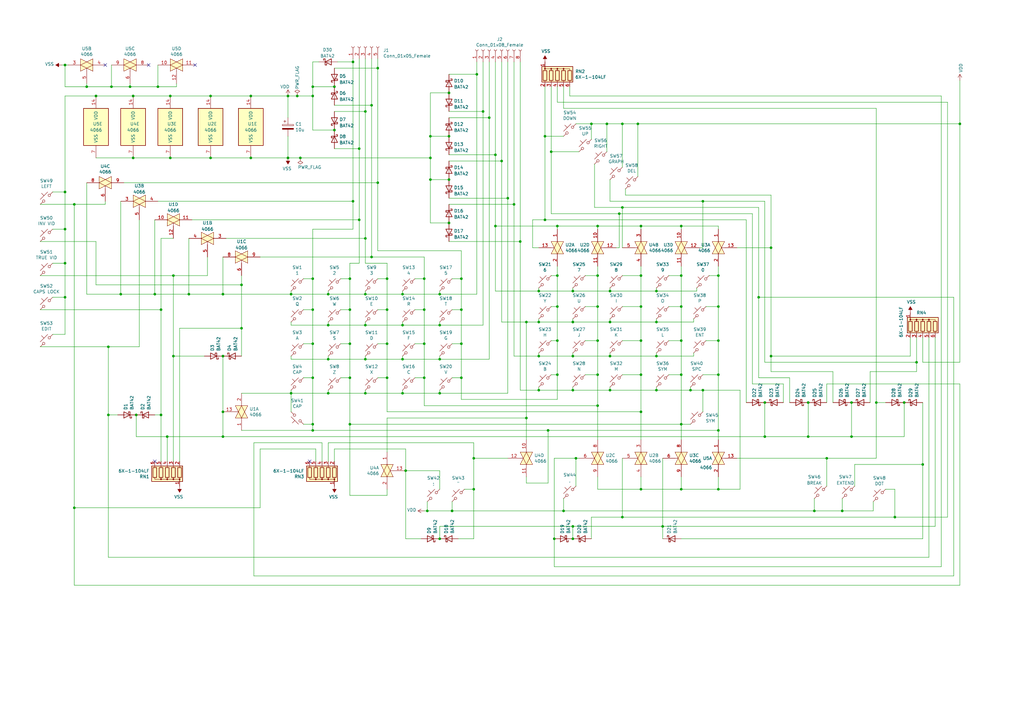
<source format=kicad_sch>
(kicad_sch (version 20211123) (generator eeschema)
  (paper "A3")
  (junction (at 49.53 120.65))
  (junction (at 234.95 215.9))
  (junction (at 245.11 92.71))
  (junction (at 91.44 120.65))
  (junction (at 44.45 142.24))
  (junction (at 44.45 170.18))
  (junction (at 223.52 90.17))
  (junction (at 137.16 53.34))
  (junction (at 119.38 161.29))
  (junction (at 255.27 85.09))
  (junction (at 228.6 113.03))
  (junction (at 30.48 83.82))
  (junction (at 134.62 147.32))
  (junction (at 26.67 121.92))
  (junction (at 313.69 165.1))
  (junction (at 184.15 38.1))
  (junction (at 316.23 146.05))
  (junction (at 69.85 39.37))
  (junction (at 294.64 139.7))
  (junction (at 279.4 200.66))
  (junction (at 250.19 160.02))
  (junction (at 245.11 153.67))
  (junction (at 279.4 173.99))
  (junction (at 39.37 39.37))
  (junction (at 128.27 154.94))
  (junction (at 134.62 120.65))
  (junction (at 121.92 39.37))
  (junction (at 99.06 134.62))
  (junction (at 149.86 147.32))
  (junction (at 203.2 92.71))
  (junction (at 271.78 215.9))
  (junction (at 262.89 92.71))
  (junction (at 26.67 78.74))
  (junction (at 55.88 170.18))
  (junction (at 54.61 39.37))
  (junction (at 26.67 93.98))
  (junction (at 220.98 132.08))
  (junction (at 269.24 160.02))
  (junction (at 64.77 35.56))
  (junction (at 234.95 220.98))
  (junction (at 26.67 26.67))
  (junction (at 185.42 209.55))
  (junction (at 261.62 50.8))
  (junction (at 262.89 113.03))
  (junction (at 231.14 209.55))
  (junction (at 228.6 153.67))
  (junction (at 262.89 200.66))
  (junction (at 165.1 120.65))
  (junction (at 331.47 165.1))
  (junction (at 269.24 132.08))
  (junction (at 143.51 114.3))
  (junction (at 128.27 140.97))
  (junction (at 176.53 55.88))
  (junction (at 77.47 120.65))
  (junction (at 227.33 220.98))
  (junction (at 245.11 113.03))
  (junction (at 228.6 139.7))
  (junction (at 180.34 220.98))
  (junction (at 119.38 120.65))
  (junction (at 102.87 64.77))
  (junction (at 349.25 179.07))
  (junction (at 294.64 200.66))
  (junction (at 313.69 179.07))
  (junction (at 254 87.63))
  (junction (at 189.23 114.3))
  (junction (at 262.89 153.67))
  (junction (at 283.21 160.02))
  (junction (at 165.1 133.35))
  (junction (at 294.64 113.03))
  (junction (at 173.99 154.94))
  (junction (at 279.4 92.71))
  (junction (at 128.27 127))
  (junction (at 262.89 139.7))
  (junction (at 128.27 176.53))
  (junction (at 102.87 39.37))
  (junction (at 30.48 208.28))
  (junction (at 180.34 147.32))
  (junction (at 220.98 160.02))
  (junction (at 228.6 92.71))
  (junction (at 215.9 171.45))
  (junction (at 158.75 154.94))
  (junction (at 173.99 127))
  (junction (at 245.11 166.37))
  (junction (at 262.89 168.91))
  (junction (at 180.34 120.65))
  (junction (at 128.27 114.3))
  (junction (at 158.75 127))
  (junction (at 158.75 140.97))
  (junction (at 393.7 50.8))
  (junction (at 123.19 64.77))
  (junction (at 143.51 173.99))
  (junction (at 158.75 114.3))
  (junction (at 208.28 81.28))
  (junction (at 147.32 90.17))
  (junction (at 245.11 139.7))
  (junction (at 152.4 43.18))
  (junction (at 234.95 160.02))
  (junction (at 149.86 120.65))
  (junction (at 223.52 55.88))
  (junction (at 86.36 64.77))
  (junction (at 35.56 35.56))
  (junction (at 339.09 187.96))
  (junction (at 118.11 39.37))
  (junction (at 137.16 35.56))
  (junction (at 279.4 113.03))
  (junction (at 255.27 212.09))
  (junction (at 45.72 35.56))
  (junction (at 143.51 127))
  (junction (at 144.78 25.4))
  (junction (at 269.24 119.38))
  (junction (at 279.4 125.73))
  (junction (at 63.5 120.65))
  (junction (at 54.61 64.77))
  (junction (at 184.15 55.88))
  (junction (at 359.41 165.1))
  (junction (at 176.53 64.77))
  (junction (at 234.95 146.05))
  (junction (at 68.58 179.07))
  (junction (at 288.29 160.02))
  (junction (at 242.57 50.8))
  (junction (at 370.84 165.1))
  (junction (at 331.47 179.07))
  (junction (at 180.34 161.29))
  (junction (at 288.29 82.55))
  (junction (at 189.23 140.97))
  (junction (at 226.06 62.23))
  (junction (at 149.86 97.79))
  (junction (at 316.23 101.6))
  (junction (at 149.86 45.72))
  (junction (at 255.27 50.8))
  (junction (at 91.44 168.91))
  (junction (at 189.23 127))
  (junction (at 144.78 82.55))
  (junction (at 294.64 153.67))
  (junction (at 210.82 83.82))
  (junction (at 173.99 114.3))
  (junction (at 213.36 99.06))
  (junction (at 262.89 125.73))
  (junction (at 99.06 116.84))
  (junction (at 250.19 119.38))
  (junction (at 154.94 27.94))
  (junction (at 86.36 39.37))
  (junction (at 234.95 132.08))
  (junction (at 250.19 132.08))
  (junction (at 250.19 146.05))
  (junction (at 269.24 146.05))
  (junction (at 189.23 154.94))
  (junction (at 220.98 119.38))
  (junction (at 200.66 48.26))
  (junction (at 66.04 170.18))
  (junction (at 134.62 161.29))
  (junction (at 176.53 73.66))
  (junction (at 147.32 60.96))
  (junction (at 149.86 133.35))
  (junction (at 215.9 132.08))
  (junction (at 180.34 133.35))
  (junction (at 66.04 127))
  (junction (at 294.64 176.53))
  (junction (at 152.4 105.41))
  (junction (at 128.27 39.37))
  (junction (at 128.27 173.99))
  (junction (at 248.92 50.8))
  (junction (at 165.1 147.32))
  (junction (at 91.44 146.05))
  (junction (at 184.15 73.66))
  (junction (at 245.11 125.73))
  (junction (at 165.1 161.29))
  (junction (at 69.85 64.77))
  (junction (at 311.15 121.92))
  (junction (at 198.12 45.72))
  (junction (at 375.92 148.59))
  (junction (at 220.98 146.05))
  (junction (at 26.67 107.95))
  (junction (at 166.37 193.04))
  (junction (at 236.22 187.96))
  (junction (at 378.46 190.5))
  (junction (at 154.94 74.93))
  (junction (at 234.95 119.38))
  (junction (at 173.99 140.97))
  (junction (at 334.01 209.55))
  (junction (at 367.03 212.09))
  (junction (at 345.44 209.55))
  (junction (at 194.31 200.66))
  (junction (at 134.62 133.35))
  (junction (at 184.15 91.44))
  (junction (at 149.86 161.29))
  (junction (at 194.31 187.96))
  (junction (at 71.12 146.05))
  (junction (at 294.64 125.73))
  (junction (at 279.4 153.67))
  (junction (at 143.51 140.97))
  (junction (at 128.27 35.56))
  (junction (at 205.74 66.04))
  (junction (at 71.12 113.03))
  (junction (at 203.2 63.5))
  (junction (at 279.4 139.7))
  (junction (at 228.6 125.73))
  (junction (at 349.25 165.1))
  (junction (at 53.34 35.56))
  (junction (at 175.26 209.55))
  (junction (at 118.11 64.77))
  (junction (at 143.51 154.94))
  (junction (at 91.44 179.07))
  (junction (at 224.79 176.53))
  (junction (at 195.58 30.48))
  (no_connect (at 127 189.23))
  (no_connect (at 63.5 189.23))
  (no_connect (at 80.01 26.67))
  (no_connect (at 43.18 26.67))
  (no_connect (at 60.96 26.67))
  (wire (pts (xy 128.27 173.99) (xy 124.46 173.99)))
  (wire (pts (xy 256.54 80.01) (xy 316.23 80.01)))
  (wire (pts (xy 147.32 107.95) (xy 143.51 107.95)))
  (wire (pts (xy 194.31 220.98) (xy 187.96 220.98)))
  (wire (pts (xy 237.49 187.96) (xy 236.22 187.96)))
  (wire (pts (xy 158.75 107.95) (xy 158.75 114.3)))
  (wire (pts (xy 185.42 209.55) (xy 231.14 209.55)))
  (wire (pts (xy 68.58 179.07) (xy 91.44 179.07)))
  (wire (pts (xy 269.24 119.38) (xy 250.19 119.38)))
  (wire (pts (xy 228.6 139.7) (xy 226.06 139.7)))
  (wire (pts (xy 85.09 113.03) (xy 71.12 113.03)))
  (wire (pts (xy 158.75 168.91) (xy 158.75 154.94)))
  (wire (pts (xy 205.74 66.04) (xy 205.74 132.08)))
  (wire (pts (xy 316.23 101.6) (xy 302.26 101.6)))
  (wire (pts (xy 189.23 154.94) (xy 189.23 163.83)))
  (wire (pts (xy 166.37 220.98) (xy 172.72 220.98)))
  (wire (pts (xy 294.64 125.73) (xy 289.56 125.73)))
  (wire (pts (xy 245.11 195.58) (xy 245.11 200.66)))
  (wire (pts (xy 294.64 113.03) (xy 294.64 125.73)))
  (wire (pts (xy 227.33 220.98) (xy 227.33 232.41)))
  (wire (pts (xy 226.06 62.23) (xy 226.06 87.63)))
  (wire (pts (xy 149.86 161.29) (xy 149.86 160.02)))
  (wire (pts (xy 184.15 99.06) (xy 213.36 99.06)))
  (wire (pts (xy 284.48 132.08) (xy 269.24 132.08)))
  (wire (pts (xy 378.46 148.59) (xy 378.46 138.43)))
  (wire (pts (xy 349.25 179.07) (xy 331.47 179.07)))
  (wire (pts (xy 262.89 113.03) (xy 255.27 113.03)))
  (wire (pts (xy 223.52 55.88) (xy 223.52 90.17)))
  (wire (pts (xy 50.8 74.93) (xy 154.94 74.93)))
  (wire (pts (xy 78.74 90.17) (xy 147.32 90.17)))
  (wire (pts (xy 345.44 209.55) (xy 334.01 209.55)))
  (wire (pts (xy 173.99 105.41) (xy 173.99 114.3)))
  (wire (pts (xy 356.87 165.1) (xy 356.87 152.4)))
  (wire (pts (xy 323.85 154.94) (xy 323.85 165.1)))
  (wire (pts (xy 66.04 97.79) (xy 71.12 97.79)))
  (wire (pts (xy 165.1 161.29) (xy 165.1 160.02)))
  (wire (pts (xy 262.89 200.66) (xy 262.89 195.58)))
  (wire (pts (xy 262.89 139.7) (xy 255.27 139.7)))
  (wire (pts (xy 245.11 125.73) (xy 240.03 125.73)))
  (wire (pts (xy 158.75 171.45) (xy 215.9 171.45)))
  (wire (pts (xy 208.28 81.28) (xy 208.28 161.29)))
  (wire (pts (xy 128.27 25.4) (xy 128.27 35.56)))
  (wire (pts (xy 262.89 109.22) (xy 262.89 113.03)))
  (wire (pts (xy 176.53 55.88) (xy 184.15 55.88)))
  (wire (pts (xy 248.92 50.8) (xy 255.27 50.8)))
  (wire (pts (xy 311.15 154.94) (xy 323.85 154.94)))
  (wire (pts (xy 143.51 107.95) (xy 143.51 114.3)))
  (wire (pts (xy 279.4 200.66) (xy 294.64 200.66)))
  (wire (pts (xy 39.37 64.77) (xy 54.61 64.77)))
  (wire (pts (xy 248.92 50.8) (xy 248.92 62.23)))
  (wire (pts (xy 367.03 212.09) (xy 367.03 200.66)))
  (wire (pts (xy 128.27 53.34) (xy 137.16 53.34)))
  (wire (pts (xy 137.16 189.23) (xy 137.16 184.15)))
  (wire (pts (xy 180.34 147.32) (xy 165.1 147.32)))
  (wire (pts (xy 388.62 41.91) (xy 388.62 212.09)))
  (wire (pts (xy 26.67 39.37) (xy 39.37 39.37)))
  (wire (pts (xy 106.68 105.41) (xy 152.4 105.41)))
  (wire (pts (xy 245.11 139.7) (xy 245.11 153.67)))
  (wire (pts (xy 45.72 35.56) (xy 35.56 35.56)))
  (wire (pts (xy 77.47 120.65) (xy 77.47 97.79)))
  (wire (pts (xy 144.78 82.55) (xy 144.78 93.98)))
  (wire (pts (xy 104.14 236.22) (xy 391.16 236.22)))
  (wire (pts (xy 349.25 165.1) (xy 349.25 179.07)))
  (wire (pts (xy 154.94 27.94) (xy 154.94 74.93)))
  (wire (pts (xy 208.28 25.4) (xy 208.28 81.28)))
  (wire (pts (xy 339.09 165.1) (xy 339.09 157.48)))
  (wire (pts (xy 284.48 130.81) (xy 284.48 132.08)))
  (wire (pts (xy 158.75 140.97) (xy 158.75 154.94)))
  (wire (pts (xy 189.23 114.3) (xy 189.23 127)))
  (wire (pts (xy 137.16 43.18) (xy 152.4 43.18)))
  (wire (pts (xy 86.36 64.77) (xy 102.87 64.77)))
  (wire (pts (xy 173.99 127) (xy 170.18 127)))
  (wire (pts (xy 184.15 45.72) (xy 198.12 45.72)))
  (wire (pts (xy 255.27 85.09) (xy 255.27 101.6)))
  (wire (pts (xy 378.46 190.5) (xy 378.46 220.98)))
  (wire (pts (xy 158.75 140.97) (xy 154.94 140.97)))
  (wire (pts (xy 30.48 83.82) (xy 43.18 83.82)))
  (wire (pts (xy 64.77 26.67) (xy 64.77 35.56)))
  (wire (pts (xy 137.16 60.96) (xy 147.32 60.96)))
  (wire (pts (xy 224.79 198.12) (xy 215.9 198.12)))
  (wire (pts (xy 210.82 83.82) (xy 210.82 146.05)))
  (wire (pts (xy 175.26 209.55) (xy 175.26 205.74)))
  (wire (pts (xy 381 138.43) (xy 381 228.6)))
  (wire (pts (xy 350.52 190.5) (xy 378.46 190.5)))
  (wire (pts (xy 185.42 209.55) (xy 185.42 205.74)))
  (wire (pts (xy 294.64 113.03) (xy 290.83 113.03)))
  (wire (pts (xy 154.94 24.13) (xy 154.94 27.94)))
  (wire (pts (xy 250.19 146.05) (xy 234.95 146.05)))
  (wire (pts (xy 176.53 38.1) (xy 176.53 55.88)))
  (wire (pts (xy 250.19 82.55) (xy 250.19 73.66)))
  (wire (pts (xy 184.15 81.28) (xy 208.28 81.28)))
  (wire (pts (xy 334.01 209.55) (xy 334.01 204.47)))
  (wire (pts (xy 134.62 133.35) (xy 134.62 132.08)))
  (wire (pts (xy 158.75 114.3) (xy 158.75 127)))
  (wire (pts (xy 39.37 39.37) (xy 54.61 39.37)))
  (wire (pts (xy 55.88 179.07) (xy 68.58 179.07)))
  (wire (pts (xy 254 87.63) (xy 308.61 87.63)))
  (wire (pts (xy 184.15 48.26) (xy 200.66 48.26)))
  (wire (pts (xy 245.11 153.67) (xy 240.03 153.67)))
  (wire (pts (xy 44.45 142.24) (xy 57.15 142.24)))
  (wire (pts (xy 279.4 113.03) (xy 274.32 113.03)))
  (wire (pts (xy 283.21 173.99) (xy 279.4 173.99)))
  (wire (pts (xy 119.38 168.91) (xy 119.38 161.29)))
  (wire (pts (xy 64.77 35.56) (xy 53.34 35.56)))
  (wire (pts (xy 288.29 82.55) (xy 250.19 82.55)))
  (wire (pts (xy 77.47 120.65) (xy 63.5 120.65)))
  (wire (pts (xy 143.51 127) (xy 139.7 127)))
  (wire (pts (xy 262.89 153.67) (xy 255.27 153.67)))
  (wire (pts (xy 359.41 165.1) (xy 363.22 165.1)))
  (wire (pts (xy 242.57 212.09) (xy 255.27 212.09)))
  (wire (pts (xy 210.82 25.4) (xy 210.82 83.82)))
  (wire (pts (xy 294.64 92.71) (xy 279.4 92.71)))
  (wire (pts (xy 143.51 114.3) (xy 143.51 127)))
  (wire (pts (xy 30.48 208.28) (xy 106.68 208.28)))
  (wire (pts (xy 53.34 35.56) (xy 53.34 34.29)))
  (wire (pts (xy 69.85 39.37) (xy 86.36 39.37)))
  (wire (pts (xy 180.34 215.9) (xy 234.95 215.9)))
  (wire (pts (xy 194.31 200.66) (xy 194.31 220.98)))
  (wire (pts (xy 124.46 114.3) (xy 128.27 114.3)))
  (wire (pts (xy 173.99 166.37) (xy 245.11 166.37)))
  (wire (pts (xy 245.11 125.73) (xy 245.11 139.7)))
  (wire (pts (xy 261.62 50.8) (xy 261.62 72.39)))
  (wire (pts (xy 26.67 93.98) (xy 21.59 93.98)))
  (wire (pts (xy 119.38 147.32) (xy 119.38 146.05)))
  (wire (pts (xy 189.23 163.83) (xy 228.6 163.83)))
  (wire (pts (xy 279.4 125.73) (xy 274.32 125.73)))
  (wire (pts (xy 149.86 161.29) (xy 165.1 161.29)))
  (wire (pts (xy 234.95 160.02) (xy 220.98 160.02)))
  (wire (pts (xy 294.64 195.58) (xy 294.64 200.66)))
  (wire (pts (xy 176.53 38.1) (xy 184.15 38.1)))
  (wire (pts (xy 279.4 109.22) (xy 279.4 113.03)))
  (wire (pts (xy 269.24 132.08) (xy 250.19 132.08)))
  (wire (pts (xy 228.6 125.73) (xy 228.6 139.7)))
  (wire (pts (xy 128.27 176.53) (xy 224.79 176.53)))
  (wire (pts (xy 189.23 140.97) (xy 189.23 154.94)))
  (wire (pts (xy 63.5 120.65) (xy 49.53 120.65)))
  (wire (pts (xy 383.54 215.9) (xy 271.78 215.9)))
  (wire (pts (xy 279.4 200.66) (xy 262.89 200.66)))
  (wire (pts (xy 173.99 114.3) (xy 173.99 127)))
  (wire (pts (xy 189.23 127) (xy 189.23 140.97)))
  (wire (pts (xy 236.22 199.39) (xy 236.22 187.96)))
  (wire (pts (xy 228.6 41.91) (xy 388.62 41.91)))
  (wire (pts (xy 250.19 146.05) (xy 250.19 144.78)))
  (wire (pts (xy 91.44 120.65) (xy 77.47 120.65)))
  (wire (pts (xy 128.27 93.98) (xy 128.27 114.3)))
  (wire (pts (xy 99.06 134.62) (xy 99.06 146.05)))
  (wire (pts (xy 269.24 132.08) (xy 269.24 130.81)))
  (wire (pts (xy 149.86 97.79) (xy 149.86 107.95)))
  (wire (pts (xy 283.21 158.75) (xy 283.21 160.02)))
  (wire (pts (xy 180.34 215.9) (xy 180.34 220.98)))
  (wire (pts (xy 147.32 60.96) (xy 147.32 90.17)))
  (wire (pts (xy 294.64 153.67) (xy 288.29 153.67)))
  (wire (pts (xy 288.29 82.55) (xy 313.69 82.55)))
  (wire (pts (xy 233.68 39.37) (xy 386.08 39.37)))
  (wire (pts (xy 269.24 119.38) (xy 269.24 118.11)))
  (wire (pts (xy 269.24 146.05) (xy 269.24 144.78)))
  (wire (pts (xy 165.1 120.65) (xy 149.86 120.65)))
  (wire (pts (xy 143.51 173.99) (xy 143.51 154.94)))
  (wire (pts (xy 128.27 39.37) (xy 128.27 53.34)))
  (wire (pts (xy 391.16 121.92) (xy 311.15 121.92)))
  (wire (pts (xy 49.53 120.65) (xy 49.53 82.55)))
  (wire (pts (xy 173.99 154.94) (xy 170.18 154.94)))
  (wire (pts (xy 64.77 35.56) (xy 72.39 35.56)))
  (wire (pts (xy 132.08 189.23) (xy 132.08 181.61)))
  (wire (pts (xy 245.11 166.37) (xy 245.11 180.34)))
  (wire (pts (xy 294.64 125.73) (xy 294.64 139.7)))
  (wire (pts (xy 383.54 138.43) (xy 383.54 215.9)))
  (wire (pts (xy 279.4 92.71) (xy 262.89 92.71)))
  (wire (pts (xy 190.5 200.66) (xy 194.31 200.66)))
  (wire (pts (xy 104.14 181.61) (xy 104.14 236.22)))
  (wire (pts (xy 228.6 125.73) (xy 226.06 125.73)))
  (wire (pts (xy 180.34 161.29) (xy 208.28 161.29)))
  (wire (pts (xy 250.19 160.02) (xy 269.24 160.02)))
  (wire (pts (xy 220.98 146.05) (xy 220.98 144.78)))
  (wire (pts (xy 143.51 140.97) (xy 139.7 140.97)))
  (wire (pts (xy 118.11 39.37) (xy 102.87 39.37)))
  (wire (pts (xy 308.61 87.63) (xy 308.61 157.48)))
  (wire (pts (xy 358.14 205.74) (xy 358.14 209.55)))
  (wire (pts (xy 143.51 154.94) (xy 139.7 154.94)))
  (wire (pts (xy 231.14 209.55) (xy 334.01 209.55)))
  (wire (pts (xy 143.51 173.99) (xy 279.4 173.99)))
  (wire (pts (xy 44.45 170.18) (xy 48.26 170.18)))
  (wire (pts (xy 91.44 179.07) (xy 313.69 179.07)))
  (wire (pts (xy 45.72 26.67) (xy 45.72 35.56)))
  (wire (pts (xy 49.53 120.65) (xy 35.56 120.65)))
  (wire (pts (xy 91.44 146.05) (xy 91.44 168.91)))
  (wire (pts (xy 200.66 25.4) (xy 200.66 48.26)))
  (wire (pts (xy 91.44 105.41) (xy 91.44 120.65)))
  (wire (pts (xy 165.1 120.65) (xy 165.1 119.38)))
  (wire (pts (xy 294.64 93.98) (xy 294.64 92.71)))
  (wire (pts (xy 242.57 50.8) (xy 248.92 50.8)))
  (wire (pts (xy 223.52 90.17) (xy 306.07 90.17)))
  (wire (pts (xy 208.28 187.96) (xy 194.31 187.96)))
  (wire (pts (xy 205.74 132.08) (xy 215.9 132.08)))
  (wire (pts (xy 71.12 189.23) (xy 71.12 146.05)))
  (wire (pts (xy 26.67 107.95) (xy 21.59 107.95)))
  (wire (pts (xy 143.51 173.99) (xy 143.51 203.2)))
  (wire (pts (xy 234.95 160.02) (xy 234.95 158.75)))
  (wire (pts (xy 166.37 184.15) (xy 166.37 193.04)))
  (wire (pts (xy 180.34 146.05) (xy 180.34 147.32)))
  (wire (pts (xy 279.4 113.03) (xy 279.4 125.73)))
  (wire (pts (xy 128.27 127) (xy 128.27 140.97)))
  (wire (pts (xy 26.67 35.56) (xy 35.56 35.56)))
  (wire (pts (xy 39.37 99.06) (xy 39.37 116.84)))
  (wire (pts (xy 72.39 35.56) (xy 72.39 34.29)))
  (wire (pts (xy 341.63 152.4) (xy 341.63 165.1)))
  (wire (pts (xy 184.15 83.82) (xy 210.82 83.82)))
  (wire (pts (xy 180.34 160.02) (xy 180.34 161.29)))
  (wire (pts (xy 198.12 25.4) (xy 198.12 45.72)))
  (wire (pts (xy 303.53 160.02) (xy 303.53 200.66)))
  (wire (pts (xy 144.78 24.13) (xy 144.78 25.4)))
  (wire (pts (xy 370.84 179.07) (xy 349.25 179.07)))
  (wire (pts (xy 152.4 24.13) (xy 152.4 43.18)))
  (wire (pts (xy 26.67 78.74) (xy 21.59 78.74)))
  (wire (pts (xy 339.09 187.96) (xy 359.41 187.96)))
  (wire (pts (xy 63.5 120.65) (xy 63.5 90.17)))
  (wire (pts (xy 228.6 139.7) (xy 228.6 153.67)))
  (wire (pts (xy 228.6 153.67) (xy 226.06 153.67)))
  (wire (pts (xy 134.62 120.65) (xy 119.38 120.65)))
  (wire (pts (xy 44.45 228.6) (xy 381 228.6)))
  (wire (pts (xy 129.54 184.15) (xy 129.54 189.23)))
  (wire (pts (xy 173.99 127) (xy 173.99 140.97)))
  (wire (pts (xy 139.7 114.3) (xy 143.51 114.3)))
  (wire (pts (xy 243.84 67.31) (xy 243.84 85.09)))
  (wire (pts (xy 262.89 153.67) (xy 262.89 168.91)))
  (wire (pts (xy 288.29 101.6) (xy 287.02 101.6)))
  (wire (pts (xy 262.89 92.71) (xy 262.89 93.98)))
  (wire (pts (xy 16.51 142.24) (xy 44.45 142.24)))
  (wire (pts (xy 195.58 25.4) (xy 195.58 30.48)))
  (wire (pts (xy 245.11 113.03) (xy 240.03 113.03)))
  (wire (pts (xy 234.95 160.02) (xy 250.19 160.02)))
  (wire (pts (xy 233.68 35.56) (xy 233.68 39.37)))
  (wire (pts (xy 165.1 147.32) (xy 149.86 147.32)))
  (wire (pts (xy 149.86 120.65) (xy 134.62 120.65)))
  (wire (pts (xy 180.34 147.32) (xy 200.66 147.32)))
  (wire (pts (xy 313.69 82.55) (xy 313.69 148.59)))
  (wire (pts (xy 176.53 73.66) (xy 176.53 91.44)))
  (wire (pts (xy 262.89 125.73) (xy 255.27 125.73)))
  (wire (pts (xy 255.27 50.8) (xy 261.62 50.8)))
  (wire (pts (xy 262.89 139.7) (xy 262.89 153.67)))
  (wire (pts (xy 236.22 50.8) (xy 242.57 50.8)))
  (wire (pts (xy 271.78 187.96) (xy 271.78 215.9)))
  (wire (pts (xy 218.44 101.6) (xy 220.98 101.6)))
  (wire (pts (xy 288.29 82.55) (xy 288.29 101.6)))
  (wire (pts (xy 391.16 121.92) (xy 391.16 236.22)))
  (wire (pts (xy 128.27 154.94) (xy 124.46 154.94)))
  (wire (pts (xy 306.07 90.17) (xy 306.07 165.1)))
  (wire (pts (xy 245.11 113.03) (xy 245.11 125.73)))
  (wire (pts (xy 143.51 203.2) (xy 158.75 203.2)))
  (wire (pts (xy 288.29 168.91) (xy 288.29 160.02)))
  (wire (pts (xy 173.99 140.97) (xy 173.99 154.94)))
  (wire (pts (xy 158.75 154.94) (xy 154.94 154.94)))
  (wire (pts (xy 200.66 48.26) (xy 200.66 147.32)))
  (wire (pts (xy 30.48 83.82) (xy 30.48 208.28)))
  (wire (pts (xy 71.12 113.03) (xy 16.51 113.03)))
  (wire (pts (xy 43.18 83.82) (xy 43.18 82.55)))
  (wire (pts (xy 165.1 147.32) (xy 165.1 146.05)))
  (wire (pts (xy 255.27 212.09) (xy 367.03 212.09)))
  (wire (pts (xy 303.53 160.02) (xy 288.29 160.02)))
  (wire (pts (xy 294.64 153.67) (xy 294.64 176.53)))
  (wire (pts (xy 215.9 171.45) (xy 215.9 132.08)))
  (wire (pts (xy 154.94 102.87) (xy 189.23 102.87)))
  (wire (pts (xy 44.45 170.18) (xy 44.45 228.6)))
  (wire (pts (xy 118.11 55.88) (xy 118.11 64.77)))
  (wire (pts (xy 54.61 64.77) (xy 69.85 64.77)))
  (wire (pts (xy 393.7 33.02) (xy 393.7 50.8)))
  (wire (pts (xy 262.89 125.73) (xy 262.89 139.7)))
  (wire (pts (xy 203.2 63.5) (xy 203.2 92.71)))
  (wire (pts (xy 245.11 92.71) (xy 245.11 93.98)))
  (wire (pts (xy 137.16 184.15) (xy 166.37 184.15)))
  (wire (pts (xy 215.9 198.12) (xy 215.9 195.58)))
  (wire (pts (xy 213.36 99.06) (xy 213.36 160.02)))
  (wire (pts (xy 176.53 91.44) (xy 184.15 91.44)))
  (wire (pts (xy 128.27 35.56) (xy 128.27 39.37)))
  (wire (pts (xy 228.6 113.03) (xy 228.6 125.73)))
  (wire (pts (xy 261.62 50.8) (xy 393.7 50.8)))
  (wire (pts (xy 92.71 97.79) (xy 149.86 97.79)))
  (wire (pts (xy 215.9 171.45) (xy 215.9 180.34)))
  (wire (pts (xy 308.61 157.48) (xy 321.31 157.48)))
  (wire (pts (xy 173.99 166.37) (xy 173.99 154.94)))
  (wire (pts (xy 226.06 87.63) (xy 254 87.63)))
  (wire (pts (xy 119.38 120.65) (xy 91.44 120.65)))
  (wire (pts (xy 71.12 146.05) (xy 83.82 146.05)))
  (wire (pts (xy 303.53 200.66) (xy 294.64 200.66)))
  (wire (pts (xy 321.31 157.48) (xy 321.31 165.1)))
  (wire (pts (xy 316.23 146.05) (xy 316.23 152.4)))
  (wire (pts (xy 149.86 24.13) (xy 149.86 45.72)))
  (wire (pts (xy 26.67 107.95) (xy 26.67 93.98)))
  (wire (pts (xy 313.69 148.59) (xy 375.92 148.59)))
  (wire (pts (xy 279.4 139.7) (xy 279.4 153.67)))
  (wire (pts (xy 345.44 209.55) (xy 345.44 204.47)))
  (wire (pts (xy 203.2 119.38) (xy 220.98 119.38)))
  (wire (pts (xy 66.04 170.18) (xy 66.04 189.23)))
  (wire (pts (xy 279.4 92.71) (xy 279.4 93.98)))
  (wire (pts (xy 279.4 139.7) (xy 274.32 139.7)))
  (wire (pts (xy 245.11 92.71) (xy 228.6 92.71)))
  (wire (pts (xy 134.62 147.32) (xy 119.38 147.32)))
  (wire (pts (xy 386.08 39.37) (xy 386.08 232.41)))
  (wire (pts (xy 176.53 64.77) (xy 176.53 73.66)))
  (wire (pts (xy 285.75 119.38) (xy 269.24 119.38)))
  (wire (pts (xy 147.32 90.17) (xy 147.32 107.95)))
  (wire (pts (xy 279.4 173.99) (xy 279.4 180.34)))
  (wire (pts (xy 102.87 64.77) (xy 118.11 64.77)))
  (wire (pts (xy 16.51 83.82) (xy 30.48 83.82)))
  (wire (pts (xy 378.46 165.1) (xy 378.46 190.5)))
  (wire (pts (xy 311.15 85.09) (xy 311.15 121.92)))
  (wire (pts (xy 128.27 127) (xy 124.46 127)))
  (wire (pts (xy 269.24 146.05) (xy 250.19 146.05)))
  (wire (pts (xy 121.92 39.37) (xy 118.11 39.37)))
  (wire (pts (xy 331.47 179.07) (xy 313.69 179.07)))
  (wire (pts (xy 255.27 187.96) (xy 255.27 212.09)))
  (wire (pts (xy 184.15 63.5) (xy 203.2 63.5)))
  (wire (pts (xy 367.03 212.09) (xy 388.62 212.09)))
  (wire (pts (xy 288.29 160.02) (xy 283.21 160.02)))
  (wire (pts (xy 224.79 176.53) (xy 294.64 176.53)))
  (wire (pts (xy 130.81 25.4) (xy 128.27 25.4)))
  (wire (pts (xy 203.2 92.71) (xy 203.2 119.38)))
  (wire (pts (xy 234.95 146.05) (xy 220.98 146.05)))
  (wire (pts (xy 285.75 118.11) (xy 285.75 119.38)))
  (wire (pts (xy 375.92 148.59) (xy 375.92 152.4)))
  (wire (pts (xy 284.48 146.05) (xy 269.24 146.05)))
  (wire (pts (xy 302.26 187.96) (xy 339.09 187.96)))
  (wire (pts (xy 227.33 187.96) (xy 227.33 220.98)))
  (wire (pts (xy 55.88 170.18) (xy 55.88 179.07)))
  (wire (pts (xy 316.23 152.4) (xy 341.63 152.4)))
  (wire (pts (xy 294.64 109.22) (xy 294.64 113.03)))
  (wire (pts (xy 180.34 133.35) (xy 198.12 133.35)))
  (wire (pts (xy 215.9 132.08) (xy 220.98 132.08)))
  (wire (pts (xy 237.49 62.23) (xy 226.06 62.23)))
  (wire (pts (xy 313.69 165.1) (xy 313.69 179.07)))
  (wire (pts (xy 149.86 133.35) (xy 134.62 133.35)))
  (wire (pts (xy 269.24 160.02) (xy 269.24 158.75)))
  (wire (pts (xy 358.14 209.55) (xy 345.44 209.55)))
  (wire (pts (xy 234.95 146.05) (xy 234.95 144.78)))
  (wire (pts (xy 331.47 165.1) (xy 331.47 179.07)))
  (wire (pts (xy 234.95 215.9) (xy 234.95 220.98)))
  (wire (pts (xy 316.23 101.6) (xy 316.23 146.05)))
  (wire (pts (xy 279.4 125.73) (xy 279.4 139.7)))
  (wire (pts (xy 85.09 105.41) (xy 85.09 113.03)))
  (wire (pts (xy 149.86 161.29) (xy 134.62 161.29)))
  (wire (pts (xy 118.11 48.26) (xy 118.11 39.37)))
  (wire (pts (xy 223.52 35.56) (xy 223.52 55.88)))
  (wire (pts (xy 158.75 127) (xy 154.94 127)))
  (wire (pts (xy 356.87 152.4) (xy 375.92 152.4)))
  (wire (pts (xy 218.44 90.17) (xy 218.44 101.6)))
  (wire (pts (xy 134.62 120.65) (xy 134.62 119.38)))
  (wire (pts (xy 165.1 133.35) (xy 149.86 133.35)))
  (wire (pts (xy 359.41 165.1) (xy 359.41 187.96)))
  (wire (pts (xy 243.84 85.09) (xy 255.27 85.09)))
  (wire (pts (xy 128.27 140.97) (xy 124.46 140.97)))
  (wire (pts (xy 311.15 121.92) (xy 311.15 154.94)))
  (wire (pts (xy 210.82 146.05) (xy 220.98 146.05)))
  (wire (pts (xy 294.64 139.7) (xy 294.64 153.67)))
  (wire (pts (xy 378.46 220.98) (xy 279.4 220.98)))
  (wire (pts (xy 228.6 92.71) (xy 228.6 93.98)))
  (wire (pts (xy 173.99 209.55) (xy 175.26 209.55)))
  (wire (pts (xy 152.4 43.18) (xy 152.4 105.41)))
  (wire (pts (xy 250.19 119.38) (xy 250.19 118.11)))
  (wire (pts (xy 185.42 114.3) (xy 189.23 114.3)))
  (wire (pts (xy 66.04 127) (xy 66.04 170.18)))
  (wire (pts (xy 294.64 139.7) (xy 289.56 139.7)))
  (wire (pts (xy 242.57 212.09) (xy 242.57 220.98)))
  (wire (pts (xy 166.37 193.04) (xy 166.37 220.98)))
  (wire (pts (xy 26.67 137.16) (xy 26.67 121.92)))
  (wire (pts (xy 99.06 176.53) (xy 128.27 176.53)))
  (wire (pts (xy 158.75 127) (xy 158.75 140.97)))
  (wire (pts (xy 123.19 64.77) (xy 176.53 64.77)))
  (wire (pts (xy 26.67 26.67) (xy 26.67 35.56)))
  (wire (pts (xy 149.86 45.72) (xy 149.86 97.79)))
  (wire (pts (xy 339.09 157.48) (xy 393.7 157.48)))
  (wire (pts (xy 316.23 146.05) (xy 373.38 146.05)))
  (wire (pts (xy 154.94 74.93) (xy 154.94 102.87)))
  (wire (pts (xy 143.51 140.97) (xy 143.51 154.94)))
  (wire (pts (xy 35.56 35.56) (xy 35.56 34.29)))
  (wire (pts (xy 149.86 147.32) (xy 149.86 146.05)))
  (wire (pts (xy 54.61 39.37) (xy 69.85 39.37)))
  (wire (pts (xy 119.38 161.29) (xy 119.38 160.02)))
  (wire (pts (xy 256.54 77.47) (xy 256.54 80.01)))
  (wire (pts (xy 234.95 119.38) (xy 220.98 119.38)))
  (wire (pts (xy 255.27 50.8) (xy 255.27 68.58)))
  (wire (pts (xy 245.11 139.7) (xy 240.03 139.7)))
  (wire (pts (xy 350.52 199.39) (xy 350.52 190.5)))
  (wire (pts (xy 158.75 203.2) (xy 158.75 200.66)))
  (wire (pts (xy 231.14 35.56) (xy 231.14 44.45)))
  (wire (pts (xy 218.44 90.17) (xy 223.52 90.17)))
  (wire (pts (xy 284.48 144.78) (xy 284.48 146.05)))
  (wire (pts (xy 180.34 119.38) (xy 180.34 120.65)))
  (wire (pts (xy 144.78 25.4) (xy 144.78 82.55)))
  (wire (pts (xy 149.86 107.95) (xy 158.75 107.95)))
  (wire (pts (xy 166.37 193.04) (xy 180.34 193.04)))
  (wire (pts (xy 119.38 161.29) (xy 134.62 161.29)))
  (wire (pts (xy 66.04 127) (xy 66.04 97.79)))
  (wire (pts (xy 180.34 132.08) (xy 180.34 133.35)))
  (wire (pts (xy 250.19 160.02) (xy 250.19 158.75)))
  (wire (pts (xy 158.75 185.42) (xy 158.75 171.45)))
  (wire (pts (xy 137.16 45.72) (xy 149.86 45.72)))
  (wire (pts (xy 149.86 147.32) (xy 134.62 147.32)))
  (wire (pts (xy 189.23 127) (xy 185.42 127)))
  (wire (pts (xy 68.58 189.23) (xy 68.58 179.07)))
  (wire (pts (xy 30.48 208.28) (xy 30.48 240.03)))
  (wire (pts (xy 134.62 161.29) (xy 134.62 160.02)))
  (wire (pts (xy 154.94 114.3) (xy 158.75 114.3)))
  (wire (pts (xy 73.66 134.62) (xy 99.06 134.62)))
  (wire (pts (xy 220.98 119.38) (xy 220.98 118.11)))
  (wire (pts (xy 27.94 26.67) (xy 26.67 26.67)))
  (wire (pts (xy 99.06 161.29) (xy 119.38 161.29)))
  (wire (pts (xy 194.31 187.96) (xy 194.31 181.61)))
  (wire (pts (xy 228.6 35.56) (xy 228.6 41.91)))
  (wire (pts (xy 149.86 120.65) (xy 149.86 119.38)))
  (wire (pts (xy 138.43 25.4) (xy 144.78 25.4)))
  (wire (pts (xy 262.89 92.71) (xy 245.11 92.71)))
  (wire (pts (xy 143.51 127) (xy 143.51 140.97)))
  (wire (pts (xy 180.34 120.65) (xy 165.1 120.65)))
  (wire (pts (xy 137.16 27.94) (xy 154.94 27.94)))
  (wire (pts (xy 262.89 168.91) (xy 262.89 180.34)))
  (wire (pts (xy 35.56 120.65) (xy 35.56 74.93)))
  (wire (pts (xy 26.67 78.74) (xy 26.67 39.37)))
  (wire (pts (xy 128.27 140.97) (xy 128.27 154.94)))
  (wire (pts (xy 45.72 35.56) (xy 53.34 35.56)))
  (wire (pts (xy 69.85 64.77) (xy 86.36 64.77)))
  (wire (pts (xy 220.98 132.08) (xy 220.98 130.81)))
  (wire (pts (xy 149.86 133.35) (xy 149.86 132.08)))
  (wire (pts (xy 180.34 133.35) (xy 165.1 133.35)))
  (wire (pts (xy 184.15 66.04) (xy 205.74 66.04)))
  (wire (pts (xy 393.7 50.8) (xy 393.7 148.59)))
  (wire (pts (xy 176.53 55.88) (xy 176.53 64.77)))
  (wire (pts (xy 234.95 215.9) (xy 271.78 215.9)))
  (wire (pts (xy 30.48 240.03) (xy 393.7 240.03)))
  (wire (pts (xy 128.27 173.99) (xy 128.27 176.53)))
  (wire (pts (xy 375.92 148.59) (xy 375.92 138.43)))
  (wire (pts (xy 234.95 132.08) (xy 234.95 130.81)))
  (wire (pts (xy 44.45 142.24) (xy 44.45 170.18)))
  (wire (pts (xy 203.2 25.4) (xy 203.2 63.5)))
  (wire (pts (xy 203.2 92.71) (xy 228.6 92.71)))
  (wire (pts (xy 205.74 25.4) (xy 205.74 66.04)))
  (wire (pts (xy 283.21 160.02) (xy 269.24 160.02)))
  (wire (pts (xy 144.78 93.98) (xy 128.27 93.98)))
  (wire (pts (xy 359.41 44.45) (xy 359.41 165.1)))
  (wire (pts (xy 198.12 45.72) (xy 198.12 133.35)))
  (wire (pts (xy 119.38 133.35) (xy 119.38 132.08)))
  (wire (pts (xy 367.03 200.66) (xy 363.22 200.66)))
  (wire (pts (xy 234.95 132.08) (xy 220.98 132.08)))
  (wire (pts (xy 134.62 181.61) (xy 134.62 189.23)))
  (wire (pts (xy 134.62 147.32) (xy 134.62 146.05)))
  (wire (pts (xy 26.67 121.92) (xy 26.67 107.95)))
  (wire (pts (xy 165.1 161.29) (xy 180.34 161.29)))
  (wire (pts (xy 71.12 113.03) (xy 71.12 146.05)))
  (wire (pts (xy 236.22 187.96) (xy 227.33 187.96)))
  (wire (pts (xy 173.99 140.97) (xy 170.18 140.97)))
  (wire (pts (xy 195.58 30.48) (xy 195.58 120.65)))
  (wire (pts (xy 26.67 78.74) (xy 26.67 93.98)))
  (wire (pts (xy 128.27 114.3) (xy 128.27 127)))
  (wire (pts (xy 128.27 39.37) (xy 121.92 39.37)))
  (wire (pts (xy 128.27 35.56) (xy 137.16 35.56)))
  (wire (pts (xy 279.4 153.67) (xy 274.32 153.67)))
  (wire (pts (xy 73.66 189.23) (xy 73.66 134.62)))
  (wire (pts (xy 294.64 176.53) (xy 294.64 180.34)))
  (wire (pts (xy 254 101.6) (xy 252.73 101.6)))
  (wire (pts (xy 180.34 120.65) (xy 195.58 120.65)))
  (wire (pts (xy 220.98 160.02) (xy 220.98 158.75)))
  (wire (pts (xy 255.27 85.09) (xy 311.15 85.09)))
  (wire (pts (xy 231.14 44.45) (xy 359.41 44.45)))
  (wire (pts (xy 227.33 232.41) (xy 386.08 232.41)))
  (wire (pts (xy 316.23 80.01) (xy 316.23 101.6)))
  (wire (pts (xy 271.78 215.9) (xy 271.78 220.98)))
  (wire (pts (xy 231.14 204.47) (xy 231.14 209.55)))
  (wire (pts (xy 242.57 50.8) (xy 242.57 57.15)))
  (wire (pts (xy 134.62 133.35) (xy 119.38 133.35)))
  (wire (pts (xy 152.4 105.41) (xy 173.99 105.41)))
  (wire (pts (xy 91.44 168.91) (xy 91.44 179.07)))
  (wire (pts (xy 26.67 121.92) (xy 21.59 121.92)))
  (wire (pts (xy 213.36 25.4) (xy 213.36 99.06)))
  (wire (pts (xy 250.19 119.38) (xy 234.95 119.38)))
  (wire (pts (xy 25.4 26.67) (xy 26.67 26.67)))
  (wire (pts (xy 57.15 142.24) (xy 57.15 90.17)))
  (wire (pts (xy 99.06 116.84) (xy 99.06 134.62)))
  (wire (pts (xy 220.98 160.02) (xy 213.36 160.02)))
  (wire (pts (xy 279.4 153.67) (xy 279.4 173.99)))
  (wire (pts (xy 226.06 35.56) (xy 226.06 62.23)))
  (wire (pts (xy 39.37 116.84) (xy 99.06 116.84)))
  (wire (pts (xy 118.11 64.77) (xy 123.19 64.77)))
  (wire (pts (xy 132.08 181.61) (xy 104.14 181.61)))
  (wire (pts (xy 245.11 153.67) (xy 245.11 166.37)))
  (wire (pts (xy 106.68 208.28) (xy 106.68 184.15)))
  (wire (pts (xy 228.6 113.03) (xy 226.06 113.03)))
  (wire (pts (xy 231.14 55.88) (xy 223.52 55.88)))
  (wire (pts (xy 370.84 165.1) (xy 370.84 179.07)))
  (wire (pts (xy 189.23 102.87) (xy 189.23 114.3)))
  (wire (pts (xy 189.23 140.97) (xy 185.42 140.97)))
  (wire (pts (xy 393.7 157.48) (xy 393.7 240.03)))
  (wire (pts (xy 176.53 73.66) (xy 184.15 73.66)))
  (wire (pts (xy 262.89 113.03) (xy 262.89 125.73)))
  (wire (pts (xy 184.15 30.48) (xy 195.58 30.48)))
  (wire (pts (xy 245.11 109.22) (xy 245.11 113.03)))
  (wire (pts (xy 189.23 154.94) (xy 185.42 154.94)))
  (wire (pts (xy 250.19 132.08) (xy 250.19 130.81)))
  (wire (pts (xy 170.18 114.3) (xy 173.99 114.3)))
  (wire (pts (xy 245.11 200.66) (xy 262.89 200.66)))
  (wire (pts (xy 39.37 99.06) (xy 16.51 99.06)))
  (wire (pts (xy 99.06 113.03) (xy 99.06 116.84)))
  (wire (pts (xy 106.68 184.15) (xy 129.54 184.15)))
  (wire (pts (xy 86.36 39.37) (xy 102.87 39.37)))
  (wire (pts (xy 373.38 146.05) (xy 373.38 138.43)))
  (wire (pts (xy 165.1 133.35) (xy 165.1 132.08)))
  (wire (pts (xy 228.6 153.67) (xy 228.6 163.83)))
  (wire (pts (xy 158.75 168.91) (xy 262.89 168.91)))
  (wire (pts (xy 185.42 209.55) (xy 175.26 209.55)))
  (wire (pts (xy 66.04 127) (xy 16.51 127)))
  (wire (pts (xy 228.6 109.22) (xy 228.6 113.03)))
  (wire (pts (xy 66.04 170.18) (xy 63.5 170.18)))
  (wire (pts (xy 119.38 120.65) (xy 119.38 119.38)))
  (wire (pts (xy 224.79 176.53) (xy 224.79 198.12)))
  (wire (pts (xy 250.19 132.08) (xy 234.95 132.08)))
  (wire (pts (xy 254 87.63) (xy 254 101.6)))
  (wire (pts (xy 393.7 148.59) (xy 378.46 148.59)))
  (wire (pts (xy 134.62 181.61) (xy 194.31 181.61)))
  (wire (pts (xy 339.09 187.96) (xy 339.09 199.39)))
  (wire (pts (xy 64.77 82.55) (xy 144.78 82.55)))
  (wire (pts (xy 279.4 200.66) (xy 279.4 195.58)))
  (wire (pts (xy 147.32 24.13) (xy 147.32 60.96)))
  (wire (pts (xy 180.34 193.04) (xy 180.34 200.66)))
  (wire (pts (xy 21.59 137.16) (xy 26.67 137.16)))
  (wire (pts (xy 128.27 154.94) (xy 128.27 173.99)))
  (wire (pts (xy 194.31 200.66) (xy 194.31 187.96)))
  (wire (pts (xy 234.95 119.38) (xy 234.95 118.11)))
  (symbol (lib_id "Connector:Conn_01x05_Female") (at 149.86 19.05 90) (unit 1)
    (property "Reference" "J1" (at 157.1752 20.6248 90) (effects (justify right)))
    (property "Value" "Conn_01x05_Female" (at 157.1752 22.9362 90) (effects (justify right)))
    (property "Footprint" "Connector_PinHeader_2.54mm:PinHeader_1x05_P2.54mm_Vertical" (effects hide))
  )
  (symbol (lib_id "Connector:Conn_01x08_Female") (at 203.2 20.32 90) (unit 1)
    (property "Reference" "J2" (at 204.978 16.129 90))
    (property "Value" "Conn_01x08_Female" (at 204.978 18.4404 90))
    (property "Footprint" "Connector_PinHeader_2.54mm:PinHeader_1x08_P2.54mm_Vertical" (effects hide))
  )
  (symbol (lib_id "4xxx:4066") (at 99.06 168.91 90) (unit 1)
    (property "Reference" "U1" (at 102.3112 167.7416 90) (effects (justify right)))
    (property "Value" "4066" (at 102.3112 170.053 90) (effects (justify right)))
    (property "Footprint" "Package_DIP:DIP-14_W7.62mm_LongPads" (effects hide))
    (property "Datasheet" "http://www.ti.com/lit/ds/symlink/cd4066b.pdf" (effects hide))
  )
  (symbol (lib_id "4xxx:4066") (at 85.09 97.79 0) (mirror x) (unit 2)
    (property "Reference" "U1" (at 85.09 91.44 0))
    (property "Value" "4066" (at 85.09 93.98 0))
    (property "Footprint" "Package_DIP:DIP-14_W7.62mm_LongPads" (effects hide))
    (property "Datasheet" "http://www.ti.com/lit/ds/symlink/cd4066b.pdf" (effects hide))
  )
  (symbol (lib_id "4xxx:4066") (at 99.06 105.41 0) (mirror x) (unit 3)
    (property "Reference" "U1" (at 99.06 99.06 0))
    (property "Value" "4066" (at 99.06 101.6 0))
    (property "Footprint" "Package_DIP:DIP-14_W7.62mm_LongPads" (effects hide))
    (property "Datasheet" "http://www.ti.com/lit/ds/symlink/cd4066b.pdf" (effects hide))
  )
  (symbol (lib_id "4xxx:4066") (at 71.12 90.17 180) (unit 4)
    (property "Reference" "U1" (at 71.12 83.82 0))
    (property "Value" "4066" (at 71.12 86.36 0))
    (property "Footprint" "Package_DIP:DIP-14_W7.62mm_LongPads" (effects hide))
    (property "Datasheet" "http://www.ti.com/lit/ds/symlink/cd4066b.pdf" (effects hide))
  )
  (symbol (lib_id "4xxx:4066") (at 102.87 52.07 0) (unit 5)
    (property "Reference" "U1" (at 101.6 50.8 0) (effects (justify left)))
    (property "Value" "4066" (at 100.33 53.34 0) (effects (justify left)))
    (property "Footprint" "Package_DIP:DIP-14_W7.62mm_LongPads" (effects hide))
    (property "Datasheet" "http://www.ti.com/lit/ds/symlink/cd4066b.pdf" (effects hide))
  )
  (symbol (lib_id "4xxx:4066") (at 228.6 101.6 90) (mirror x) (unit 1)
    (property "Reference" "U2" (at 231.8512 100.4316 90) (effects (justify right)))
    (property "Value" "4066" (at 231.8512 102.743 90) (effects (justify right)))
    (property "Footprint" "Package_DIP:DIP-14_W7.62mm_LongPads" (effects hide))
    (property "Datasheet" "http://www.ti.com/lit/ds/symlink/cd4066b.pdf" (effects hide))
  )
  (symbol (lib_id "4xxx:4066") (at 262.89 187.96 90) (unit 2)
    (property "Reference" "U2" (at 266.1412 186.7916 90) (effects (justify right)))
    (property "Value" "4066" (at 266.1412 189.103 90) (effects (justify right)))
    (property "Footprint" "Package_DIP:DIP-14_W7.62mm_LongPads" (effects hide))
    (property "Datasheet" "http://www.ti.com/lit/ds/symlink/cd4066b.pdf" (effects hide))
  )
  (symbol (lib_id "4xxx:4066") (at 245.11 187.96 90) (mirror x) (unit 3)
    (property "Reference" "U2" (at 248.3612 186.7916 90) (effects (justify right)))
    (property "Value" "4066" (at 248.3612 189.103 90) (effects (justify right)))
    (property "Footprint" "Package_DIP:DIP-14_W7.62mm_LongPads" (effects hide))
    (property "Datasheet" "http://www.ti.com/lit/ds/symlink/cd4066b.pdf" (effects hide))
  )
  (symbol (lib_id "4xxx:4066") (at 245.11 101.6 270) (mirror x) (unit 4)
    (property "Reference" "U2" (at 241.8588 100.4316 90) (effects (justify right)))
    (property "Value" "4066" (at 241.8588 102.743 90) (effects (justify right)))
    (property "Footprint" "Package_DIP:DIP-14_W7.62mm_LongPads" (effects hide))
    (property "Datasheet" "http://www.ti.com/lit/ds/symlink/cd4066b.pdf" (effects hide))
  )
  (symbol (lib_id "4xxx:4066") (at 86.36 52.07 0) (unit 5)
    (property "Reference" "U2" (at 85.09 50.8 0) (effects (justify left)))
    (property "Value" "4066" (at 83.82 53.34 0) (effects (justify left)))
    (property "Footprint" "Package_DIP:DIP-14_W7.62mm_LongPads" (effects hide))
    (property "Datasheet" "http://www.ti.com/lit/ds/symlink/cd4066b.pdf" (effects hide))
  )
  (symbol (lib_id "4xxx:4066") (at 294.64 101.6 270) (unit 1)
    (property "Reference" "U3" (at 291.3888 100.4316 90) (effects (justify right)))
    (property "Value" "4066" (at 291.3888 102.743 90) (effects (justify right)))
    (property "Footprint" "Package_DIP:DIP-14_W7.62mm_LongPads" (effects hide))
    (property "Datasheet" "http://www.ti.com/lit/ds/symlink/cd4066b.pdf" (effects hide))
  )
  (symbol (lib_id "4xxx:4066") (at 57.15 82.55 180) (unit 2)
    (property "Reference" "U3" (at 57.15 76.2 0))
    (property "Value" "4066" (at 57.15 78.74 0))
    (property "Footprint" "Package_DIP:DIP-14_W7.62mm_LongPads" (effects hide))
    (property "Datasheet" "http://www.ti.com/lit/ds/symlink/cd4066b.pdf" (effects hide))
  )
  (symbol (lib_id "4xxx:4066") (at 279.4 187.96 90) (mirror x) (unit 3)
    (property "Reference" "U3" (at 282.6512 186.7916 90) (effects (justify right)))
    (property "Value" "4066" (at 282.6512 189.103 90) (effects (justify right)))
    (property "Footprint" "Package_DIP:DIP-14_W7.62mm_LongPads" (effects hide))
    (property "Datasheet" "http://www.ti.com/lit/ds/symlink/cd4066b.pdf" (effects hide))
  )
  (symbol (lib_id "4xxx:4066") (at 279.4 101.6 270) (mirror x) (unit 4)
    (property "Reference" "U3" (at 276.1488 100.4316 90) (effects (justify right)))
    (property "Value" "4066" (at 276.1488 102.743 90) (effects (justify right)))
    (property "Footprint" "Package_DIP:DIP-14_W7.62mm_LongPads" (effects hide))
    (property "Datasheet" "http://www.ti.com/lit/ds/symlink/cd4066b.pdf" (effects hide))
  )
  (symbol (lib_id "4xxx:4066") (at 69.85 52.07 0) (unit 5)
    (property "Reference" "U3" (at 68.58 50.8 0) (effects (justify left)))
    (property "Value" "4066" (at 67.31 53.34 0) (effects (justify left)))
    (property "Footprint" "Package_DIP:DIP-14_W7.62mm_LongPads" (effects hide))
    (property "Datasheet" "http://www.ti.com/lit/ds/symlink/cd4066b.pdf" (effects hide))
  )
  (symbol (lib_id "4xxx:4066") (at 158.75 193.04 270) (unit 1)
    (property "Reference" "U4" (at 155.4988 191.8716 90) (effects (justify right)))
    (property "Value" "4066" (at 155.4988 194.183 90) (effects (justify right)))
    (property "Footprint" "Package_DIP:DIP-14_W7.62mm_LongPads" (effects hide))
    (property "Datasheet" "http://www.ti.com/lit/ds/symlink/cd4066b.pdf" (effects hide))
  )
  (symbol (lib_id "4xxx:4066") (at 262.89 101.6 90) (unit 2)
    (property "Reference" "U4" (at 266.1412 100.4316 90) (effects (justify right)))
    (property "Value" "4066" (at 266.1412 102.743 90) (effects (justify right)))
    (property "Footprint" "Package_DIP:DIP-14_W7.62mm_LongPads" (effects hide))
    (property "Datasheet" "http://www.ti.com/lit/ds/symlink/cd4066b.pdf" (effects hide))
  )
  (symbol (lib_id "4xxx:4066") (at 43.18 74.93 0) (mirror x) (unit 3)
    (property "Reference" "U4" (at 43.18 68.199 0))
    (property "Value" "4066" (at 43.18 70.5104 0))
    (property "Footprint" "Package_DIP:DIP-14_W7.62mm_LongPads" (effects hide))
    (property "Datasheet" "http://www.ti.com/lit/ds/symlink/cd4066b.pdf" (effects hide))
  )
  (symbol (lib_id "4xxx:4066") (at 215.9 187.96 90) (unit 4)
    (property "Reference" "U4" (at 219.1512 186.7916 90) (effects (justify right)))
    (property "Value" "4066" (at 219.1512 189.103 90) (effects (justify right)))
    (property "Footprint" "Package_DIP:DIP-14_W7.62mm_LongPads" (effects hide))
    (property "Datasheet" "http://www.ti.com/lit/ds/symlink/cd4066b.pdf" (effects hide))
  )
  (symbol (lib_id "4xxx:4066") (at 54.61 52.07 0) (unit 5)
    (property "Reference" "U4" (at 53.34 50.8 0) (effects (justify left)))
    (property "Value" "4066" (at 52.07 53.34 0) (effects (justify left)))
    (property "Footprint" "Package_DIP:DIP-14_W7.62mm_LongPads" (effects hide))
    (property "Datasheet" "http://www.ti.com/lit/ds/symlink/cd4066b.pdf" (effects hide))
  )
  (symbol (lib_id "4xxx:4066") (at 294.64 187.96 270) (unit 1)
    (property "Reference" "U5" (at 292.1 187.96 90) (effects (justify right)))
    (property "Value" "4066" (at 292.1 191.77 90) (effects (justify right)))
    (property "Footprint" "Package_DIP:DIP-14_W7.62mm_LongPads" (effects hide))
    (property "Datasheet" "http://www.ti.com/lit/ds/symlink/cd4066b.pdf" (effects hide))
  )
  (symbol (lib_id "4xxx:4066") (at 35.56 26.67 180) (unit 2)
    (property "Reference" "U5" (at 35.56 19.939 0))
    (property "Value" "4066" (at 35.56 22.2504 0))
    (property "Footprint" "Package_DIP:DIP-14_W7.62mm_LongPads" (effects hide))
    (property "Datasheet" "http://www.ti.com/lit/ds/symlink/cd4066b.pdf" (effects hide))
  )
  (symbol (lib_id "4xxx:4066") (at 53.34 26.67 180) (unit 3)
    (property "Reference" "U5" (at 53.34 19.939 0))
    (property "Value" "4066" (at 53.34 22.2504 0))
    (property "Footprint" "Package_DIP:DIP-14_W7.62mm_LongPads" (effects hide))
    (property "Datasheet" "http://www.ti.com/lit/ds/symlink/cd4066b.pdf" (effects hide))
  )
  (symbol (lib_id "4xxx:4066") (at 72.39 26.67 180) (unit 4)
    (property "Reference" "U5" (at 72.39 19.939 0))
    (property "Value" "4066" (at 72.39 22.2504 0))
    (property "Footprint" "Package_DIP:DIP-14_W7.62mm_LongPads" (effects hide))
    (property "Datasheet" "http://www.ti.com/lit/ds/symlink/cd4066b.pdf" (effects hide))
  )
  (symbol (lib_id "4xxx:4066") (at 39.37 52.07 0) (unit 5)
    (property "Reference" "U5" (at 38.1 50.8 0) (effects (justify left)))
    (property "Value" "4066" (at 36.83 53.34 0) (effects (justify left)))
    (property "Footprint" "Package_DIP:DIP-14_W7.62mm_LongPads" (effects hide))
    (property "Datasheet" "http://www.ti.com/lit/ds/symlink/cd4066b.pdf" (effects hide))
  )
  (symbol (lib_id "Device:R_Network05") (at 68.58 194.31 180) (unit 1)
    (property "Reference" "RN1" (at 61.2648 195.4784 0) (effects (justify left)))
    (property "Value" "6X-1-104LF" (at 61.2648 193.167 0) (effects (justify left)))
    (property "Footprint" "Resistor_THT:R_Array_SIP6" (effects hide))
    (property "Datasheet" "http://www.vishay.com/docs/31509/csc.pdf" (effects hide))
  )
  (symbol (lib_id "Device:R_Network05") (at 228.6 30.48 0) (unit 1)
    (property "Reference" "RN2" (at 235.9152 29.3116 0) (effects (justify left)))
    (property "Value" "6X-1-104LF" (at 235.9152 31.623 0) (effects (justify left)))
    (property "Footprint" "Resistor_THT:R_Array_SIP6" (effects hide))
    (property "Datasheet" "http://www.vishay.com/docs/31509/csc.pdf" (effects hide))
  )
  (symbol (lib_id "Device:R_Network05") (at 132.08 194.31 180) (unit 1)
    (property "Reference" "RN3" (at 124.7648 195.4784 0) (effects (justify left)))
    (property "Value" "6X-1-104LF" (at 124.7648 193.167 0) (effects (justify left)))
    (property "Footprint" "Resistor_THT:R_Array_SIP6" (effects hide))
    (property "Datasheet" "http://www.vishay.com/docs/31509/csc.pdf" (effects hide))
  )
  (symbol (lib_id "Device:R_Network05") (at 378.46 133.35 0) (unit 1)
    (property "Reference" "RN4" (at 375.92 128.27 0) (effects (justify left)))
    (property "Value" "6X-1-104LF" (at 369.57 138.43 90) (effects (justify left)))
    (property "Footprint" "Resistor_THT:R_Array_SIP6" (effects hide))
    (property "Datasheet" "http://www.vishay.com/docs/31509/csc.pdf" (effects hide))
  )
  (symbol (lib_id "Switch:SW_Push_45deg") (at 121.92 116.84 0) (mirror y) (unit 1)
    (property "Reference" "SW1" (at 121.92 109.7026 0))
    (property "Value" "1" (at 121.92 112.014 0))
    (property "Footprint" "Button_Switch_Keyboard:SW_Cherry_MX_1.00u_PCB" (effects hide))
  )
  (symbol (lib_id "Switch:SW_Push_45deg") (at 137.16 116.84 0) (mirror y) (unit 1)
    (property "Reference" "SW5" (at 137.16 109.7026 0))
    (property "Value" "2" (at 137.16 112.014 0))
    (property "Footprint" "Button_Switch_Keyboard:SW_Cherry_MX_1.00u_PCB" (effects hide))
  )
  (symbol (lib_id "Switch:SW_Push_45deg") (at 152.4 116.84 0) (mirror y) (unit 1)
    (property "Reference" "SW9" (at 152.4 109.7026 0))
    (property "Value" "3" (at 152.4 112.014 0))
    (property "Footprint" "Button_Switch_Keyboard:SW_Cherry_MX_1.00u_PCB" (effects hide))
  )
  (symbol (lib_id "Switch:SW_Push_45deg") (at 167.64 116.84 0) (mirror y) (unit 1)
    (property "Reference" "SW13" (at 167.64 109.7026 0))
    (property "Value" "4" (at 167.64 112.014 0))
    (property "Footprint" "Button_Switch_Keyboard:SW_Cherry_MX_1.00u_PCB" (effects hide))
  )
  (symbol (lib_id "Switch:SW_Push_45deg") (at 182.88 116.84 0) (mirror y) (unit 1)
    (property "Reference" "SW17" (at 182.88 109.7026 0))
    (property "Value" "5" (at 182.88 112.014 0))
    (property "Footprint" "Button_Switch_Keyboard:SW_Cherry_MX_1.00u_PCB" (effects hide))
  )
  (symbol (lib_id "Switch:SW_Push_45deg") (at 121.92 129.54 0) (mirror y) (unit 1)
    (property "Reference" "SW2" (at 121.92 122.4026 0))
    (property "Value" "Q" (at 121.92 124.714 0))
    (property "Footprint" "Button_Switch_Keyboard:SW_Cherry_MX_1.00u_PCB" (effects hide))
  )
  (symbol (lib_id "Switch:SW_Push_45deg") (at 137.16 129.54 0) (mirror y) (unit 1)
    (property "Reference" "SW6" (at 137.16 122.4026 0))
    (property "Value" "W" (at 137.16 124.714 0))
    (property "Footprint" "Button_Switch_Keyboard:SW_Cherry_MX_1.00u_PCB" (effects hide))
  )
  (symbol (lib_id "Switch:SW_Push_45deg") (at 152.4 129.54 0) (mirror y) (unit 1)
    (property "Reference" "SW10" (at 152.4 122.4026 0))
    (property "Value" "E" (at 152.4 124.714 0))
    (property "Footprint" "Button_Switch_Keyboard:SW_Cherry_MX_1.00u_PCB" (effects hide))
  )
  (symbol (lib_id "Switch:SW_Push_45deg") (at 167.64 129.54 0) (mirror y) (unit 1)
    (property "Reference" "SW14" (at 167.64 122.4026 0))
    (property "Value" "R" (at 167.64 124.714 0))
    (property "Footprint" "Button_Switch_Keyboard:SW_Cherry_MX_1.00u_PCB" (effects hide))
  )
  (symbol (lib_id "Switch:SW_Push_45deg") (at 182.88 129.54 0) (mirror y) (unit 1)
    (property "Reference" "SW18" (at 182.88 122.4026 0))
    (property "Value" "T" (at 182.88 124.714 0))
    (property "Footprint" "Button_Switch_Keyboard:SW_Cherry_MX_1.00u_PCB" (effects hide))
  )
  (symbol (lib_id "Switch:SW_Push_45deg") (at 121.92 143.51 0) (mirror y) (unit 1)
    (property "Reference" "SW3" (at 121.92 136.3726 0))
    (property "Value" "A" (at 121.92 138.684 0))
    (property "Footprint" "Button_Switch_Keyboard:SW_Cherry_MX_1.00u_PCB" (effects hide))
  )
  (symbol (lib_id "Switch:SW_Push_45deg") (at 137.16 143.51 0) (mirror y) (unit 1)
    (property "Reference" "SW7" (at 137.16 136.3726 0))
    (property "Value" "S" (at 137.16 138.684 0))
    (property "Footprint" "Button_Switch_Keyboard:SW_Cherry_MX_1.00u_PCB" (effects hide))
  )
  (symbol (lib_id "Switch:SW_Push_45deg") (at 152.4 143.51 0) (mirror y) (unit 1)
    (property "Reference" "SW11" (at 152.4 136.3726 0))
    (property "Value" "D" (at 152.4 138.684 0))
    (property "Footprint" "Button_Switch_Keyboard:SW_Cherry_MX_1.00u_PCB" (effects hide))
  )
  (symbol (lib_id "Switch:SW_Push_45deg") (at 167.64 143.51 0) (mirror y) (unit 1)
    (property "Reference" "SW15" (at 167.64 136.3726 0))
    (property "Value" "F" (at 167.64 138.684 0))
    (property "Footprint" "Button_Switch_Keyboard:SW_Cherry_MX_1.00u_PCB" (effects hide))
  )
  (symbol (lib_id "Switch:SW_Push_45deg") (at 182.88 143.51 0) (mirror y) (unit 1)
    (property "Reference" "SW19" (at 182.88 136.3726 0))
    (property "Value" "G" (at 182.88 138.684 0))
    (property "Footprint" "Button_Switch_Keyboard:SW_Cherry_MX_1.00u_PCB" (effects hide))
  )
  (symbol (lib_id "Switch:SW_Push_45deg") (at 121.92 157.48 0) (mirror y) (unit 1)
    (property "Reference" "SW4" (at 121.92 150.3426 0))
    (property "Value" "CAP" (at 121.92 152.654 0))
    (property "Footprint" "Button_Switch_Keyboard:SW_Cherry_MX_1.00u_PCB" (effects hide))
  )
  (symbol (lib_id "Switch:SW_Push_45deg") (at 137.16 157.48 0) (mirror y) (unit 1)
    (property "Reference" "SW8" (at 137.16 150.3426 0))
    (property "Value" "Z" (at 137.16 152.654 0))
    (property "Footprint" "Button_Switch_Keyboard:SW_Cherry_MX_1.00u_PCB" (effects hide))
  )
  (symbol (lib_id "Switch:SW_Push_45deg") (at 152.4 157.48 0) (mirror y) (unit 1)
    (property "Reference" "SW12" (at 152.4 150.3426 0))
    (property "Value" "X" (at 152.4 152.654 0))
    (property "Footprint" "Button_Switch_Keyboard:SW_Cherry_MX_1.00u_PCB" (effects hide))
  )
  (symbol (lib_id "Switch:SW_Push_45deg") (at 167.64 157.48 0) (mirror y) (unit 1)
    (property "Reference" "SW16" (at 167.64 150.3426 0))
    (property "Value" "C" (at 167.64 152.654 0))
    (property "Footprint" "Button_Switch_Keyboard:SW_Cherry_MX_1.00u_PCB" (effects hide))
  )
  (symbol (lib_id "Switch:SW_Push_45deg") (at 182.88 157.48 0) (mirror y) (unit 1)
    (property "Reference" "SW20" (at 182.88 150.3426 0))
    (property "Value" "V" (at 182.88 152.654 0))
    (property "Footprint" "Button_Switch_Keyboard:SW_Cherry_MX_1.00u_PCB" (effects hide))
  )
  (symbol (lib_id "Switch:SW_Push_45deg") (at 223.52 115.57 0) (mirror y) (unit 1)
    (property "Reference" "SW21" (at 223.52 108.4326 0))
    (property "Value" "6" (at 223.52 110.744 0))
    (property "Footprint" "Button_Switch_Keyboard:SW_Cherry_MX_1.00u_PCB" (effects hide))
  )
  (symbol (lib_id "Switch:SW_Push_45deg") (at 237.49 115.57 0) (mirror y) (unit 1)
    (property "Reference" "SW25" (at 237.49 108.4326 0))
    (property "Value" "7" (at 237.49 110.744 0))
    (property "Footprint" "Button_Switch_Keyboard:SW_Cherry_MX_1.00u_PCB" (effects hide))
  )
  (symbol (lib_id "Switch:SW_Push_45deg") (at 252.73 115.57 0) (mirror y) (unit 1)
    (property "Reference" "SW29" (at 252.73 108.4326 0))
    (property "Value" "8" (at 252.73 110.744 0))
    (property "Footprint" "Button_Switch_Keyboard:SW_Cherry_MX_1.00u_PCB" (effects hide))
  )
  (symbol (lib_id "Switch:SW_Push_45deg") (at 271.78 115.57 0) (mirror y) (unit 1)
    (property "Reference" "SW33" (at 271.78 108.4326 0))
    (property "Value" "9" (at 271.78 110.744 0))
    (property "Footprint" "Button_Switch_Keyboard:SW_Cherry_MX_1.00u_PCB" (effects hide))
  )
  (symbol (lib_id "Switch:SW_Push_45deg") (at 288.29 115.57 0) (mirror y) (unit 1)
    (property "Reference" "SW37" (at 288.29 108.4326 0))
    (property "Value" "0" (at 288.29 110.744 0))
    (property "Footprint" "Button_Switch_Keyboard:SW_Cherry_MX_1.00u_PCB" (effects hide))
  )
  (symbol (lib_id "Switch:SW_Push_45deg") (at 223.52 128.27 0) (mirror y) (unit 1)
    (property "Reference" "SW22" (at 223.52 121.1326 0))
    (property "Value" "Y" (at 223.52 123.444 0))
    (property "Footprint" "Button_Switch_Keyboard:SW_Cherry_MX_1.00u_PCB" (effects hide))
  )
  (symbol (lib_id "Switch:SW_Push_45deg") (at 237.49 128.27 0) (mirror y) (unit 1)
    (property "Reference" "SW26" (at 237.49 121.1326 0))
    (property "Value" "U" (at 237.49 123.444 0))
    (property "Footprint" "Button_Switch_Keyboard:SW_Cherry_MX_1.00u_PCB" (effects hide))
  )
  (symbol (lib_id "Switch:SW_Push_45deg") (at 252.73 128.27 0) (mirror y) (unit 1)
    (property "Reference" "SW30" (at 252.73 121.1326 0))
    (property "Value" "I" (at 252.73 123.444 0))
    (property "Footprint" "Button_Switch_Keyboard:SW_Cherry_MX_1.00u_PCB" (effects hide))
  )
  (symbol (lib_id "Switch:SW_Push_45deg") (at 271.78 128.27 0) (mirror y) (unit 1)
    (property "Reference" "SW34" (at 271.78 121.1326 0))
    (property "Value" "O" (at 271.78 123.444 0))
    (property "Footprint" "Button_Switch_Keyboard:SW_Cherry_MX_1.00u_PCB" (effects hide))
  )
  (symbol (lib_id "Switch:SW_Push_45deg") (at 287.02 128.27 0) (mirror y) (unit 1)
    (property "Reference" "SW38" (at 287.02 121.1326 0))
    (property "Value" "P" (at 287.02 123.444 0))
    (property "Footprint" "Button_Switch_Keyboard:SW_Cherry_MX_1.00u_PCB" (effects hide))
  )
  (symbol (lib_id "Switch:SW_Push_45deg") (at 223.52 142.24 0) (mirror y) (unit 1)
    (property "Reference" "SW23" (at 223.52 135.1026 0))
    (property "Value" "H" (at 223.52 137.414 0))
    (property "Footprint" "Button_Switch_Keyboard:SW_Cherry_MX_1.00u_PCB" (effects hide))
  )
  (symbol (lib_id "Switch:SW_Push_45deg") (at 237.49 142.24 0) (mirror y) (unit 1)
    (property "Reference" "SW27" (at 237.49 135.1026 0))
    (property "Value" "J" (at 237.49 137.414 0))
    (property "Footprint" "Button_Switch_Keyboard:SW_Cherry_MX_1.00u_PCB" (effects hide))
  )
  (symbol (lib_id "Switch:SW_Push_45deg") (at 252.73 142.24 0) (mirror y) (unit 1)
    (property "Reference" "SW31" (at 252.73 135.1026 0))
    (property "Value" "K" (at 252.73 137.414 0))
    (property "Footprint" "Button_Switch_Keyboard:SW_Cherry_MX_1.00u_PCB" (effects hide))
  )
  (symbol (lib_id "Switch:SW_Push_45deg") (at 271.78 142.24 0) (mirror y) (unit 1)
    (property "Reference" "SW35" (at 271.78 135.1026 0))
    (property "Value" "L" (at 271.78 137.414 0))
    (property "Footprint" "Button_Switch_Keyboard:SW_Cherry_MX_1.00u_PCB" (effects hide))
  )
  (symbol (lib_id "Switch:SW_Push_45deg") (at 287.02 142.24 0) (mirror y) (unit 1)
    (property "Reference" "SW39" (at 287.02 135.1026 0))
    (property "Value" "ENT" (at 287.02 137.414 0))
    (property "Footprint" "Button_Switch_Keyboard:SW_Cherry_MX_1.00u_PCB" (effects hide))
  )
  (symbol (lib_id "Switch:SW_Push_45deg") (at 223.52 156.21 0) (mirror y) (unit 1)
    (property "Reference" "SW24" (at 223.52 149.0726 0))
    (property "Value" "B" (at 223.52 151.384 0))
    (property "Footprint" "Button_Switch_Keyboard:SW_Cherry_MX_1.00u_PCB" (effects hide))
  )
  (symbol (lib_id "Switch:SW_Push_45deg") (at 237.49 156.21 0) (mirror y) (unit 1)
    (property "Reference" "SW28" (at 237.49 149.0726 0))
    (property "Value" "N" (at 237.49 151.384 0))
    (property "Footprint" "Button_Switch_Keyboard:SW_Cherry_MX_1.00u_PCB" (effects hide))
  )
  (symbol (lib_id "Switch:SW_Push_45deg") (at 252.73 156.21 0) (mirror y) (unit 1)
    (property "Reference" "SW32" (at 252.73 149.0726 0))
    (property "Value" "M" (at 252.73 151.384 0))
    (property "Footprint" "Button_Switch_Keyboard:SW_Cherry_MX_1.00u_PCB" (effects hide))
  )
  (symbol (lib_id "Switch:SW_Push_45deg") (at 271.78 156.21 0) (mirror y) (unit 1)
    (property "Reference" "SW36" (at 271.78 149.0726 0))
    (property "Value" "SYM" (at 271.78 151.384 0))
    (property "Footprint" "Button_Switch_Keyboard:SW_Cherry_MX_1.00u_PCB" (effects hide))
  )
  (symbol (lib_id "Switch:SW_Push_45deg") (at 285.75 156.21 0) (mirror y) (unit 1)
    (property "Reference" "SW40" (at 285.75 149.0726 0))
    (property "Value" "SPC" (at 285.75 151.384 0))
    (property "Footprint" "Button_Switch_Keyboard:SW_Cherry_MX_1.00u_PCB" (effects hide))
  )
  (symbol (lib_id "Switch:SW_Push_45deg") (at 121.92 171.45 180) (unit 1)
    (property "Reference" "SW41" (at 121.92 164.3126 0))
    (property "Value" "CAP" (at 121.92 166.624 0))
    (property "Footprint" "Button_Switch_Keyboard:SW_Cherry_MX_1.00u_PCB" (effects hide))
  )
  (symbol (lib_id "Switch:SW_Push_45deg") (at 285.75 171.45 90) (unit 1)
    (property "Reference" "SW45" (at 289.4076 170.2816 90) (effects (justify right)))
    (property "Value" "SYM" (at 289.4076 172.593 90) (effects (justify right)))
    (property "Footprint" "Button_Switch_Keyboard:SW_Cherry_MX_1.00u_PCB" (effects hide))
  )
  (symbol (lib_id "Switch:SW_Push_45deg") (at 177.8 203.2 0) (mirror y) (unit 1)
    (property "Reference" "SW42" (at 177.8 196.0626 0))
    (property "Value" ";" (at 177.8 198.374 0))
    (property "Footprint" "Button_Switch_Keyboard:SW_Cherry_MX_1.00u_PCB" (effects hide))
  )
  (symbol (lib_id "Switch:SW_Push_45deg") (at 187.96 203.2 0) (mirror y) (unit 1)
    (property "Reference" "SW43" (at 187.96 196.0626 0))
    (property "Value" "\"" (at 187.96 198.374 0))
    (property "Footprint" "Button_Switch_Keyboard:SW_Cherry_MX_1.00u_PCB" (effects hide))
  )
  (symbol (lib_id "Switch:SW_Push_45deg") (at 233.68 201.93 0) (mirror y) (unit 1)
    (property "Reference" "SW44" (at 233.68 194.7926 0))
    (property "Value" "," (at 233.68 197.104 0))
    (property "Footprint" "Button_Switch_Keyboard:SW_Cherry_MX_1.00u_PCB" (effects hide))
  )
  (symbol (lib_id "Switch:SW_Push_45deg") (at 336.55 201.93 0) (mirror y) (unit 1)
    (property "Reference" "SW46" (at 334.01 195.58 0))
    (property "Value" "BREAK" (at 334.01 198.12 0))
    (property "Footprint" "Button_Switch_Keyboard:SW_Cherry_MX_1.00u_PCB" (effects hide))
  )
  (symbol (lib_id "Switch:SW_Push_45deg") (at 347.98 201.93 0) (mirror y) (unit 1)
    (property "Reference" "SW47" (at 346.71 195.58 0))
    (property "Value" "EXTEND" (at 346.71 198.12 0))
    (property "Footprint" "Button_Switch_Keyboard:SW_Cherry_MX_1.00u_PCB" (effects hide))
  )
  (symbol (lib_id "Switch:SW_Push_45deg") (at 360.68 203.2 0) (mirror y) (unit 1)
    (property "Reference" "SW48" (at 360.68 196.0626 0))
    (property "Value" "DOT" (at 360.68 198.374 0))
    (property "Footprint" "Button_Switch_Keyboard:SW_Cherry_MX_1.00u_PCB" (effects hide))
  )
  (symbol (lib_id "Switch:SW_Push_45deg") (at 19.05 81.28 0) (mirror y) (unit 1)
    (property "Reference" "SW49" (at 19.05 74.1426 0))
    (property "Value" "LEFT" (at 19.05 76.454 0))
    (property "Footprint" "Button_Switch_Keyboard:SW_Cherry_MX_1.00u_PCB" (effects hide))
  )
  (symbol (lib_id "Switch:SW_Push_45deg") (at 19.05 96.52 0) (mirror y) (unit 1)
    (property "Reference" "SW50" (at 19.05 89.3826 0))
    (property "Value" "INV VID" (at 19.05 91.694 0))
    (property "Footprint" "Button_Switch_Keyboard:SW_Cherry_MX_1.00u_PCB" (effects hide))
  )
  (symbol (lib_id "Switch:SW_Push_45deg") (at 19.05 110.49 0) (mirror y) (unit 1)
    (property "Reference" "SW51" (at 19.05 103.3526 0))
    (property "Value" "TRUE VID" (at 19.05 105.664 0))
    (property "Footprint" "Button_Switch_Keyboard:SW_Cherry_MX_1.00u_PCB" (effects hide))
  )
  (symbol (lib_id "Switch:SW_Push_45deg") (at 19.05 124.46 0) (mirror y) (unit 1)
    (property "Reference" "SW52" (at 19.05 117.3226 0))
    (property "Value" "CAPS LOCK" (at 19.05 119.634 0))
    (property "Footprint" "Button_Switch_Keyboard:SW_Cherry_MX_1.00u_PCB" (effects hide))
  )
  (symbol (lib_id "Switch:SW_Push_45deg") (at 19.05 139.7 0) (mirror y) (unit 1)
    (property "Reference" "SW53" (at 19.05 132.5626 0))
    (property "Value" "EDIT" (at 19.05 134.874 0))
    (property "Footprint" "Button_Switch_Keyboard:SW_Cherry_MX_1.00u_PCB" (effects hide))
  )
  (symbol (lib_id "Switch:SW_Push_45deg") (at 233.68 53.34 0) (mirror y) (unit 1)
    (property "Reference" "SW54" (at 233.68 46.2026 0))
    (property "Value" "DOWN" (at 233.68 48.514 0))
    (property "Footprint" "Button_Switch_Keyboard:SW_Cherry_MX_1.00u_PCB" (effects hide))
  )
  (symbol (lib_id "Switch:SW_Push_45deg") (at 240.03 59.69 0) (mirror y) (unit 1)
    (property "Reference" "SW55" (at 240.03 52.5526 0))
    (property "Value" "UP" (at 240.03 54.864 0))
    (property "Footprint" "Button_Switch_Keyboard:SW_Cherry_MX_1.00u_PCB" (effects hide))
  )
  (symbol (lib_id "Switch:SW_Push_45deg") (at 246.38 64.77 0) (mirror y) (unit 1)
    (property "Reference" "SW56" (at 246.38 57.6326 0))
    (property "Value" "RIGHT" (at 246.38 59.944 0))
    (property "Footprint" "Button_Switch_Keyboard:SW_Cherry_MX_1.00u_PCB" (effects hide))
  )
  (symbol (lib_id "Switch:SW_Push_45deg") (at 252.73 71.12 0) (mirror y) (unit 1)
    (property "Reference" "SW57" (at 252.73 63.9826 0))
    (property "Value" "GRAPH" (at 252.73 66.294 0))
    (property "Footprint" "Button_Switch_Keyboard:SW_Cherry_MX_1.00u_PCB" (effects hide))
  )
  (symbol (lib_id "Switch:SW_Push_45deg") (at 259.08 74.93 0) (mirror y) (unit 1)
    (property "Reference" "SW58" (at 259.08 67.7926 0))
    (property "Value" "DEL" (at 259.08 70.104 0))
    (property "Footprint" "Button_Switch_Keyboard:SW_Cherry_MX_1.00u_PCB" (effects hide))
  )
  (symbol (lib_id "48P-KLDX-rescue:CP-Device") (at 118.11 52.07 0) (unit 1)
    (property "Reference" "C1" (at 121.1072 50.9016 0) (effects (justify left)))
    (property "Value" "10u" (at 121.1072 53.213 0) (effects (justify left)))
    (property "Footprint" "Capacitor_THT:CP_Radial_D5.0mm_P2.50mm" (effects hide))
  )
  (symbol (lib_id "power:VDD") (at 118.11 39.37 0) (unit 1)
    (property "Reference" "#PWR0103" (effects hide))
    (property "Value" "VDD" (at 116.84 35.56 0))
  )
  (symbol (lib_id "power:PWR_FLAG") (at 121.92 39.37 0) (unit 1)
    (property "Reference" "#FLG0101" (effects hide))
    (property "Value" "PWR_FLAG" (at 121.92 31.75 90))
  )
  (symbol (lib_id "power:PWR_FLAG") (at 123.19 64.77 180) (unit 1)
    (property "Reference" "#FLG0102" (effects hide))
    (property "Value" "PWR_FLAG" (at 127 68.58 0))
  )
  (symbol (lib_id "power:VSS") (at 118.11 64.77 180) (unit 1)
    (property "Reference" "#PWR0102" (effects hide))
    (property "Value" "VSS" (at 117.729 69.1642 0))
  )
  (symbol (lib_id "power:VSS") (at 25.4 26.67 90) (unit 1)
    (property "Reference" "#PWR0108" (effects hide))
    (property "Value" "VSS" (at 22.1488 26.289 90) (effects (justify left)))
  )
  (symbol (lib_id "power:VDD") (at 173.99 209.55 90) (unit 1)
    (property "Reference" "#PWR0101" (effects hide))
    (property "Value" "VDD" (at 170.7642 209.169 90) (effects (justify left)))
  )
  (symbol (lib_id "power:VSS") (at 223.52 25.4 0) (unit 1)
    (property "Reference" "#PWR0104" (effects hide))
    (property "Value" "VSS" (at 223.901 21.0058 0))
  )
  (symbol (lib_id "power:VSS") (at 373.38 128.27 0) (unit 1)
    (property "Reference" "#PWR0105" (effects hide))
    (property "Value" "VSS" (at 373.761 123.8758 0))
  )
  (symbol (lib_id "power:VSS") (at 137.16 199.39 180) (unit 1)
    (property "Reference" "#PWR0106" (effects hide))
    (property "Value" "VSS" (at 136.779 203.7842 0))
  )
  (symbol (lib_id "power:VSS") (at 73.66 199.39 180) (unit 1)
    (property "Reference" "#PWR0107" (effects hide))
    (property "Value" "VSS" (at 73.279 203.7842 0))
  )
  (symbol (lib_id "Diode:BAT42") (at 59.69 170.18 0) (unit 1)
    (property "Reference" "D2" (at 58.5378 168.148 90) (effects (justify left)))
    (property "Value" "BAT42" (at 61.0747 168.148 90) (effects (justify left)))
    (property "Footprint" "Diode_THT:D_DO-35_SOD27_P7.62mm_Horizontal" (effects hide))
    (property "Datasheet" "http://www.vishay.com/docs/85660/bat42.pdf" (effects hide))
  )
  (symbol (lib_id "Diode:BAT42") (at 87.63 146.05 180) (unit 1)
    (property "Reference" "D3" (at 87.1128 144.018 90) (effects (justify right)))
    (property "Value" "BAT42" (at 89.6497 144.018 90) (effects (justify right)))
    (property "Footprint" "Diode_THT:D_DO-35_SOD27_P7.62mm_Horizontal" (effects hide))
    (property "Datasheet" "http://www.vishay.com/docs/85660/bat42.pdf" (effects hide))
  )
  (symbol (lib_id "Diode:BAT42") (at 345.44 165.1 180) (unit 1)
    (property "Reference" "D26" (at 344.9228 163.068 90) (effects (justify right)))
    (property "Value" "BAT42" (at 347.4597 163.068 90) (effects (justify right)))
    (property "Footprint" "Diode_THT:D_DO-35_SOD27_P7.62mm_Horizontal" (effects hide))
    (property "Datasheet" "http://www.vishay.com/docs/85660/bat42.pdf" (effects hide))
  )
  (symbol (lib_id "Diode:BAT42") (at 353.06 165.1 0) (unit 1)
    (property "Reference" "D27" (at 351.9078 163.068 90) (effects (justify left)))
    (property "Value" "BAT42" (at 354.4447 163.068 90) (effects (justify left)))
    (property "Footprint" "Diode_THT:D_DO-35_SOD27_P7.62mm_Horizontal" (effects hide))
    (property "Datasheet" "http://www.vishay.com/docs/85660/bat42.pdf" (effects hide))
  )
  (symbol (lib_id "Diode:BAT42") (at 184.15 77.47 90) (unit 1)
    (property "Reference" "D15" (at 186.182 76.9528 90) (effects (justify right)))
    (property "Value" "BAT42" (at 186.182 79.4897 90) (effects (justify right)))
    (property "Footprint" "Diode_THT:D_DO-35_SOD27_P7.62mm_Horizontal" (effects hide))
    (property "Datasheet" "http://www.vishay.com/docs/85660/bat42.pdf" (effects hide))
  )
  (symbol (lib_id "Diode:BAT42") (at 184.15 34.29 270) (unit 1)
    (property "Reference" "D10" (at 186.182 33.1378 90) (effects (justify left)))
    (property "Value" "BAT42" (at 186.182 35.6747 90) (effects (justify left)))
    (property "Footprint" "Diode_THT:D_DO-35_SOD27_P7.62mm_Horizontal" (effects hide))
    (property "Datasheet" "http://www.vishay.com/docs/85660/bat42.pdf" (effects hide))
  )
  (symbol (lib_id "Diode:BAT42") (at 184.15 220.98 0) (unit 1)
    (property "Reference" "D18" (at 182.9978 218.948 90) (effects (justify left)))
    (property "Value" "BAT42" (at 185.5347 218.948 90) (effects (justify left)))
    (property "Footprint" "Diode_THT:D_DO-35_SOD27_P7.62mm_Horizontal" (effects hide))
    (property "Datasheet" "http://www.vishay.com/docs/85660/bat42.pdf" (effects hide))
  )
  (symbol (lib_id "Diode:BAT42") (at 327.66 165.1 180) (unit 1)
    (property "Reference" "D24" (at 327.1428 163.068 90) (effects (justify right)))
    (property "Value" "BAT42" (at 329.6797 163.068 90) (effects (justify right)))
    (property "Footprint" "Diode_THT:D_DO-35_SOD27_P7.62mm_Horizontal" (effects hide))
    (property "Datasheet" "http://www.vishay.com/docs/85660/bat42.pdf" (effects hide))
  )
  (symbol (lib_id "Diode:BAT42") (at 184.15 95.25 90) (unit 1)
    (property "Reference" "D17" (at 186.182 94.7328 90) (effects (justify right)))
    (property "Value" "BAT42" (at 186.182 97.2697 90) (effects (justify right)))
    (property "Footprint" "Diode_THT:D_DO-35_SOD27_P7.62mm_Horizontal" (effects hide))
    (property "Datasheet" "http://www.vishay.com/docs/85660/bat42.pdf" (effects hide))
  )
  (symbol (lib_id "Diode:BAT42") (at 184.15 69.85 270) (unit 1)
    (property "Reference" "D14" (at 186.182 68.6978 90) (effects (justify left)))
    (property "Value" "BAT42" (at 186.182 71.2347 90) (effects (justify left)))
    (property "Footprint" "Diode_THT:D_DO-35_SOD27_P7.62mm_Horizontal" (effects hide))
    (property "Datasheet" "http://www.vishay.com/docs/85660/bat42.pdf" (effects hide))
  )
  (symbol (lib_id "Diode:BAT42") (at 137.16 57.15 270) (unit 1)
    (property "Reference" "D8" (at 139.192 55.9978 90) (effects (justify left)))
    (property "Value" "BAT42" (at 139.192 58.5347 90) (effects (justify left)))
    (property "Footprint" "Diode_THT:D_DO-35_SOD27_P7.62mm_Horizontal" (effects hide))
    (property "Datasheet" "http://www.vishay.com/docs/85660/bat42.pdf" (effects hide))
  )
  (symbol (lib_id "Diode:BAT42") (at 231.14 220.98 180) (unit 1)
    (property "Reference" "D19" (at 230.6228 218.948 90) (effects (justify right)))
    (property "Value" "BAT42" (at 233.1597 218.948 90) (effects (justify right)))
    (property "Footprint" "Diode_THT:D_DO-35_SOD27_P7.62mm_Horizontal" (effects hide))
    (property "Datasheet" "http://www.vishay.com/docs/85660/bat42.pdf" (effects hide))
  )
  (symbol (lib_id "Diode:BAT42") (at 176.53 220.98 180) (unit 1)
    (property "Reference" "D9" (at 176.0128 218.948 90) (effects (justify right)))
    (property "Value" "BAT42" (at 178.5497 218.948 90) (effects (justify right)))
    (property "Footprint" "Diode_THT:D_DO-35_SOD27_P7.62mm_Horizontal" (effects hide))
    (property "Datasheet" "http://www.vishay.com/docs/85660/bat42.pdf" (effects hide))
  )
  (symbol (lib_id "Diode:BAT42") (at 184.15 52.07 270) (unit 1)
    (property "Reference" "D12" (at 186.182 50.9178 90) (effects (justify left)))
    (property "Value" "BAT42" (at 186.182 53.4547 90) (effects (justify left)))
    (property "Footprint" "Diode_THT:D_DO-35_SOD27_P7.62mm_Horizontal" (effects hide))
    (property "Datasheet" "http://www.vishay.com/docs/85660/bat42.pdf" (effects hide))
  )
  (symbol (lib_id "Diode:BAT42") (at 374.65 165.1 0) (unit 1)
    (property "Reference" "D29" (at 373.4978 163.068 90) (effects (justify left)))
    (property "Value" "BAT42" (at 376.0347 163.068 90) (effects (justify left)))
    (property "Footprint" "Diode_THT:D_DO-35_SOD27_P7.62mm_Horizontal" (effects hide))
    (property "Datasheet" "http://www.vishay.com/docs/85660/bat42.pdf" (effects hide))
  )
  (symbol (lib_id "Diode:BAT42") (at 367.03 165.1 180) (unit 1)
    (property "Reference" "D28" (at 366.5128 163.068 90) (effects (justify right)))
    (property "Value" "BAT42" (at 369.0497 163.068 90) (effects (justify right)))
    (property "Footprint" "Diode_THT:D_DO-35_SOD27_P7.62mm_Horizontal" (effects hide))
    (property "Datasheet" "http://www.vishay.com/docs/85660/bat42.pdf" (effects hide))
  )
  (symbol (lib_id "Diode:BAT42") (at 238.76 220.98 0) (unit 1)
    (property "Reference" "D20" (at 237.6078 218.948 90) (effects (justify left)))
    (property "Value" "BAT42" (at 240.1447 218.948 90) (effects (justify left)))
    (property "Footprint" "Diode_THT:D_DO-35_SOD27_P7.62mm_Horizontal" (effects hide))
    (property "Datasheet" "http://www.vishay.com/docs/85660/bat42.pdf" (effects hide))
  )
  (symbol (lib_id "Diode:BAT42") (at 317.5 165.1 0) (unit 1)
    (property "Reference" "D23" (at 316.3478 163.068 90) (effects (justify left)))
    (property "Value" "BAT42" (at 318.8847 163.068 90) (effects (justify left)))
    (property "Footprint" "Diode_THT:D_DO-35_SOD27_P7.62mm_Horizontal" (effects hide))
    (property "Datasheet" "http://www.vishay.com/docs/85660/bat42.pdf" (effects hide))
  )
  (symbol (lib_id "Diode:BAT42") (at 137.16 31.75 90) (unit 1)
    (property "Reference" "D5" (at 139.192 31.2328 90) (effects (justify right)))
    (property "Value" "BAT42" (at 139.192 33.7697 90) (effects (justify right)))
    (property "Footprint" "Diode_THT:D_DO-35_SOD27_P7.62mm_Horizontal" (effects hide))
    (property "Datasheet" "http://www.vishay.com/docs/85660/bat42.pdf" (effects hide))
  )
  (symbol (lib_id "Diode:BAT42") (at 95.25 146.05 0) (unit 1)
    (property "Reference" "D4" (at 94.0978 144.018 90) (effects (justify left)))
    (property "Value" "BAT42" (at 96.6347 144.018 90) (effects (justify left)))
    (property "Footprint" "Diode_THT:D_DO-35_SOD27_P7.62mm_Horizontal" (effects hide))
    (property "Datasheet" "http://www.vishay.com/docs/85660/bat42.pdf" (effects hide))
  )
  (symbol (lib_id "Diode:BAT42") (at 184.15 41.91 90) (unit 1)
    (property "Reference" "D11" (at 186.182 41.3928 90) (effects (justify right)))
    (property "Value" "BAT42" (at 186.182 43.9297 90) (effects (justify right)))
    (property "Footprint" "Diode_THT:D_DO-35_SOD27_P7.62mm_Horizontal" (effects hide))
    (property "Datasheet" "http://www.vishay.com/docs/85660/bat42.pdf" (effects hide))
  )
  (symbol (lib_id "Diode:BAT42") (at 335.28 165.1 0) (unit 1)
    (property "Reference" "D25" (at 334.1278 163.068 90) (effects (justify left)))
    (property "Value" "BAT42" (at 336.6647 163.068 90) (effects (justify left)))
    (property "Footprint" "Diode_THT:D_DO-35_SOD27_P7.62mm_Horizontal" (effects hide))
    (property "Datasheet" "http://www.vishay.com/docs/85660/bat42.pdf" (effects hide))
  )
  (symbol (lib_id "Diode:BAT42") (at 137.16 39.37 270) (unit 1)
    (property "Reference" "D6" (at 139.192 38.2178 90) (effects (justify left)))
    (property "Value" "BAT42" (at 139.192 40.7547 90) (effects (justify left)))
    (property "Footprint" "Diode_THT:D_DO-35_SOD27_P7.62mm_Horizontal" (effects hide))
    (property "Datasheet" "http://www.vishay.com/docs/85660/bat42.pdf" (effects hide))
  )
  (symbol (lib_id "Diode:BAT42") (at 275.59 220.98 0) (unit 1)
    (property "Reference" "D21" (at 274.4378 218.948 90) (effects (justify left)))
    (property "Value" "BAT42" (at 276.9747 218.948 90) (effects (justify left)))
    (property "Footprint" "Diode_THT:D_DO-35_SOD27_P7.62mm_Horizontal" (effects hide))
    (property "Datasheet" "http://www.vishay.com/docs/85660/bat42.pdf" (effects hide))
  )
  (symbol (lib_id "Diode:BAT42") (at 137.16 49.53 90) (unit 1)
    (property "Reference" "D7" (at 139.192 49.0128 90) (effects (justify right)))
    (property "Value" "BAT42" (at 139.192 51.5497 90) (effects (justify right)))
    (property "Footprint" "Diode_THT:D_DO-35_SOD27_P7.62mm_Horizontal" (effects hide))
    (property "Datasheet" "http://www.vishay.com/docs/85660/bat42.pdf" (effects hide))
  )
  (symbol (lib_id "Diode:BAT42") (at 184.15 59.69 90) (unit 1)
    (property "Reference" "D13" (at 186.182 59.1728 90) (effects (justify right)))
    (property "Value" "BAT42" (at 186.182 61.7097 90) (effects (justify right)))
    (property "Footprint" "Diode_THT:D_DO-35_SOD27_P7.62mm_Horizontal" (effects hide))
    (property "Datasheet" "http://www.vishay.com/docs/85660/bat42.pdf" (effects hide))
  )
  (symbol (lib_id "Diode:BAT42") (at 184.15 87.63 270) (unit 1)
    (property "Reference" "D16" (at 186.182 86.4778 90) (effects (justify left)))
    (property "Value" "BAT42" (at 186.182 89.0147 90) (effects (justify left)))
    (property "Footprint" "Diode_THT:D_DO-35_SOD27_P7.62mm_Horizontal" (effects hide))
    (property "Datasheet" "http://www.vishay.com/docs/85660/bat42.pdf" (effects hide))
  )
  (symbol (lib_id "Diode:BAT42") (at 134.62 25.4 0) (unit 1)
    (property "Reference" "D30" (at 134.3025 20.4302 0))
    (property "Value" "BAT42" (at 134.3025 22.9671 0))
    (property "Footprint" "Diode_THT:D_DO-35_SOD27_P7.62mm_Horizontal" (effects hide))
    (property "Datasheet" "http://www.vishay.com/docs/85660/bat42.pdf" (effects hide))
  )
  (symbol (lib_id "Diode:BAT42") (at 52.07 170.18 180) (unit 1)
    (property "Reference" "D1" (at 51.5528 168.148 90) (effects (justify right)))
    (property "Value" "BAT42" (at 54.0897 168.148 90) (effects (justify right)))
    (property "Footprint" "Diode_THT:D_DO-35_SOD27_P7.62mm_Horizontal" (effects hide))
    (property "Datasheet" "http://www.vishay.com/docs/85660/bat42.pdf" (effects hide))
  )
  (symbol (lib_id "Diode:BAT42") (at 309.88 165.1 180) (unit 1)
    (property "Reference" "D22" (at 309.3628 163.068 90) (effects (justify right)))
    (property "Value" "BAT42" (at 311.8997 163.068 90) (effects (justify right)))
    (property "Footprint" "Diode_THT:D_DO-35_SOD27_P7.62mm_Horizontal" (effects hide))
    (property "Datasheet" "http://www.vishay.com/docs/85660/bat42.pdf" (effects hide))
  )
  (symbol (lib_id "power:VDD") (at 393.7 33.02 0) (unit 1)
    (property "Reference" "#PWR0109" (effects hide))
    (property "Value" "VDD" (at 394.081 29.7942 90) (effects (justify left)))
  )
)
</source>
